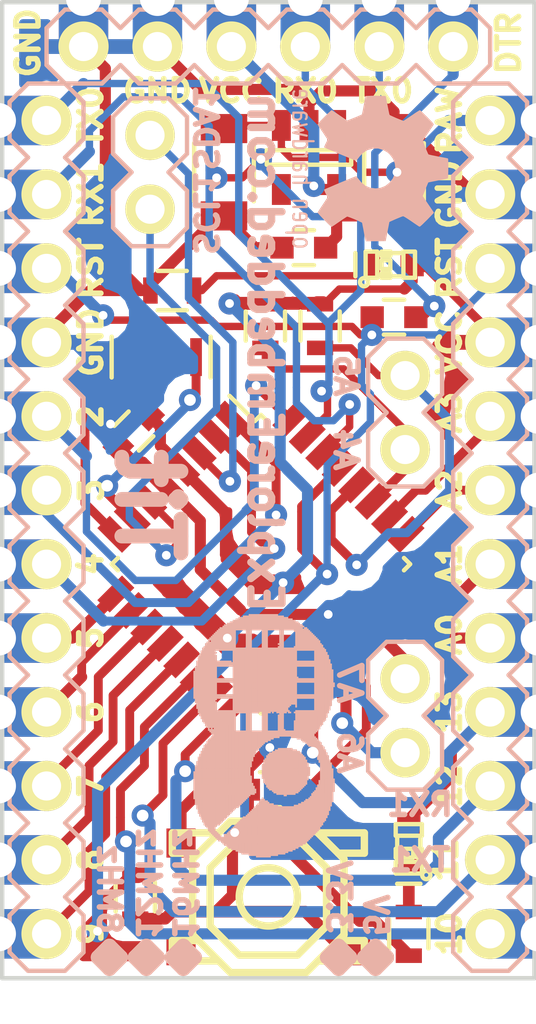
<source format=kicad_pcb>
(kicad_pcb (version 4) (host pcbnew "(2015-01-16 BZR 5376)-product")
  (layers (0 F.Cu signal hide) (31 B.Cu signal hide) (34 B.Paste user) (35 F.Paste user) (36 B.SilkS user) (37 F.SilkS user) (38 B.Mask user) (39 F.Mask user) (44 Edge.Cuts user))
  (net 0 "")
  (net 1 /DTR)
  (net 2 +5V)
  (net 3 GND)
  (net 4 "Net-(C3-Pad1)")
  (net 5 /RAW)
  (net 6 /SCK0)
  (net 7 /D3)
  (net 8 /D4)
  (net 9 /SDA1)
  (net 10 /SCL1)
  (net 11 /D5)
  (net 12 /D6)
  (net 13 /D7)
  (net 14 /D8)
  (net 15 /D9)
  (net 16 /D10)
  (net 17 /MOSI0)
  (net 18 /MISO0)
  (net 19 /A6)
  (net 20 /A7)
  (net 21 /A0)
  (net 22 /A1)
  (net 23 /A2)
  (net 24 /A3)
  (net 25 /A4)
  (net 26 /A5)
  (net 27 /TXD0)
  (net 28 /D2)
  (net 29 /RESET)
  (net 30 "Net-(IC2-Pad4)")
  (net 31 "Net-(IC1-Pad7)")
  (net 32 "Net-(IC1-Pad8)")
  (net 33 "Net-(D1-Pad2)")
  (net 34 "Net-(D2-Pad2)")
  (net 35 /RXD1)
  (module EE:LQFP-32_7x7mm_Pitch0.8mm (layer F.Cu) (at 116.078 102.108 315)
    (fp_text reference IC1 hide)
    (fp_text value ATMEGA328PB hide)
    (pad 1 smd rect (at -4.25 -2.8 315) (size 1.2 0.6) (layers F.Cu F.Paste F.Mask) (net 7 /D3))
    (pad 2 smd rect (at -4.25 -2 315) (size 1.2 0.6) (layers F.Cu F.Paste F.Mask) (net 8 /D4))
    (pad 3 smd rect (at -4.25 -1.2 315) (size 1.2 0.6) (layers F.Cu F.Paste F.Mask) (net 9 /SDA1))
    (pad 4 smd rect (at -4.25 -0.4 315) (size 1.2 0.6) (layers F.Cu F.Paste F.Mask) (net 2 +5V))
    (pad 5 smd rect (at -4.25 0.4 315) (size 1.2 0.6) (layers F.Cu F.Paste F.Mask) (net 3 GND))
    (pad 6 smd rect (at -4.25 1.2 315) (size 1.2 0.6) (layers F.Cu F.Paste F.Mask) (net 10 /SCL1))
    (pad 7 smd rect (at -4.25 2 315) (size 1.2 0.6) (layers F.Cu F.Paste F.Mask) (net 31 "Net-(IC1-Pad7)"))
    (pad 8 smd rect (at -4.25 2.8 315) (size 1.2 0.6) (layers F.Cu F.Paste F.Mask) (net 32 "Net-(IC1-Pad8)"))
    (pad 9 smd rect (at -2.8 4.25 45) (size 1.2 0.6) (layers F.Cu F.Paste F.Mask) (net 11 /D5))
    (pad 10 smd rect (at -2 4.25 45) (size 1.2 0.6) (layers F.Cu F.Paste F.Mask) (net 12 /D6))
    (pad 11 smd rect (at -1.2 4.25 45) (size 1.2 0.6) (layers F.Cu F.Paste F.Mask) (net 13 /D7))
    (pad 12 smd rect (at -0.4 4.25 45) (size 1.2 0.6) (layers F.Cu F.Paste F.Mask) (net 14 /D8))
    (pad 13 smd rect (at 0.4 4.25 45) (size 1.2 0.6) (layers F.Cu F.Paste F.Mask) (net 15 /D9))
    (pad 14 smd rect (at 1.2 4.25 45) (size 1.2 0.6) (layers F.Cu F.Paste F.Mask) (net 16 /D10))
    (pad 15 smd rect (at 2 4.25 45) (size 1.2 0.6) (layers F.Cu F.Paste F.Mask) (net 17 /MOSI0))
    (pad 16 smd rect (at 2.8 4.25 45) (size 1.2 0.6) (layers F.Cu F.Paste F.Mask) (net 18 /MISO0))
    (pad 17 smd rect (at 4.25 2.8 315) (size 1.2 0.6) (layers F.Cu F.Paste F.Mask) (net 6 /SCK0))
    (pad 18 smd rect (at 4.25 2 315) (size 1.2 0.6) (layers F.Cu F.Paste F.Mask) (net 2 +5V))
    (pad 19 smd rect (at 4.25 1.2 315) (size 1.2 0.6) (layers F.Cu F.Paste F.Mask) (net 19 /A6))
    (pad 20 smd rect (at 4.25 0.4 315) (size 1.2 0.6) (layers F.Cu F.Paste F.Mask) (net 4 "Net-(C3-Pad1)"))
    (pad 21 smd rect (at 4.25 -0.4 315) (size 1.2 0.6) (layers F.Cu F.Paste F.Mask) (net 3 GND))
    (pad 22 smd rect (at 4.25 -1.2 315) (size 1.2 0.6) (layers F.Cu F.Paste F.Mask) (net 20 /A7))
    (pad 23 smd rect (at 4.25 -2 315) (size 1.2 0.6) (layers F.Cu F.Paste F.Mask) (net 21 /A0))
    (pad 24 smd rect (at 4.25 -2.8 315) (size 1.2 0.6) (layers F.Cu F.Paste F.Mask) (net 22 /A1))
    (pad 25 smd rect (at 2.8 -4.25 45) (size 1.2 0.6) (layers F.Cu F.Paste F.Mask) (net 23 /A2))
    (pad 26 smd rect (at 2 -4.25 45) (size 1.2 0.6) (layers F.Cu F.Paste F.Mask) (net 24 /A3))
    (pad 27 smd rect (at 1.2 -4.25 45) (size 1.2 0.6) (layers F.Cu F.Paste F.Mask) (net 25 /A4))
    (pad 28 smd rect (at 0.4 -4.25 45) (size 1.2 0.6) (layers F.Cu F.Paste F.Mask) (net 26 /A5))
    (pad 29 smd rect (at -0.4 -4.25 45) (size 1.2 0.6) (layers F.Cu F.Paste F.Mask) (net 29 /RESET))
    (pad 30 smd rect (at -1.2 -4.25 45) (size 1.2 0.6) (layers F.Cu F.Paste F.Mask) (net 35 /RXD1))
    (pad 31 smd rect (at -2 -4.25 45) (size 1.2 0.6) (layers F.Cu F.Paste F.Mask) (net 27 /TXD0))
    (pad 32 smd rect (at -2.8 -4.25 45) (size 1.2 0.6) (layers F.Cu F.Paste F.Mask) (net 28 /D2))
  )
  (module Pin_Headers:Pin_Header_Straight_1x12 (layer F.Cu) (at 123.952 86.868)
    (fp_text reference P5 hide)
    (fp_text value CONN_01X12 hide)
    (pad 1 thru_hole oval (at 0 0) (size 1.7272 1.7272) (drill 1) (layers *.Cu *.Mask F.SilkS) (net 5 /RAW))
    (pad 2 thru_hole oval (at 0 2.54) (size 1.7272 1.7272) (drill 1) (layers *.Cu *.Mask F.SilkS) (net 3 GND))
    (pad 3 thru_hole oval (at 0 5.08) (size 1.7272 1.7272) (drill 1) (layers *.Cu *.Mask F.SilkS) (net 29 /RESET))
    (pad 4 thru_hole oval (at 0 7.62) (size 1.7272 1.7272) (drill 1) (layers *.Cu *.Mask F.SilkS) (net 2 +5V))
    (pad 5 thru_hole oval (at 0 10.16) (size 1.7272 1.7272) (drill 1) (layers *.Cu *.Mask F.SilkS) (net 24 /A3))
    (pad 6 thru_hole oval (at 0 12.7) (size 1.7272 1.7272) (drill 1) (layers *.Cu *.Mask F.SilkS) (net 23 /A2))
    (pad 7 thru_hole oval (at 0 15.24) (size 1.7272 1.7272) (drill 1) (layers *.Cu *.Mask F.SilkS) (net 22 /A1))
    (pad 8 thru_hole oval (at 0 17.78) (size 1.7272 1.7272) (drill 1) (layers *.Cu *.Mask F.SilkS) (net 21 /A0))
    (pad 9 thru_hole oval (at 0 20.32) (size 1.7272 1.7272) (drill 1) (layers *.Cu *.Mask F.SilkS) (net 6 /SCK0))
    (pad 10 thru_hole oval (at 0 22.86) (size 1.7272 1.7272) (drill 1) (layers *.Cu *.Mask F.SilkS) (net 18 /MISO0))
    (pad 11 thru_hole oval (at 0 25.4) (size 1.7272 1.7272) (drill 1) (layers *.Cu *.Mask F.SilkS) (net 17 /MOSI0))
    (pad 12 thru_hole oval (at 0 27.94) (size 1.7272 1.7272) (drill 1) (layers *.Cu *.Mask F.SilkS) (net 16 /D10))
  )
  (module Pin_Headers:Pin_Header_Straight_1x02 (layer F.Cu) (at 121.031 108.585 180)
    (fp_text reference P6 hide)
    (fp_text value CONN_01X02 hide)
    (pad 1 thru_hole oval (at 0 0 180) (size 1.7 1.7) (drill 1) (layers *.Cu *.Mask F.SilkS) (net 19 /A6))
    (pad 2 thru_hole oval (at 0 2.54 180) (size 1.7 1.7) (drill 1) (layers *.Cu *.Mask F.SilkS) (net 20 /A7))
  )
  (module Pin_Headers:Pin_Header_Straight_1x02 (layer F.Cu) (at 121.031 95.631)
    (fp_text reference P3 hide)
    (fp_text value CONN_01X02 hide)
    (pad 1 thru_hole oval (at 0 0) (size 1.7 1.7) (drill 1) (layers *.Cu *.Mask F.SilkS) (net 26 /A5))
    (pad 2 thru_hole oval (at 0 2.54) (size 1.7 1.7) (drill 1) (layers *.Cu *.Mask F.SilkS) (net 25 /A4))
  )
  (module Pin_Headers:Pin_Header_Straight_1x02 (layer F.Cu) (at 112.268 87.376)
    (fp_text reference P4 hide)
    (fp_text value CONN_01X02 hide)
    (pad 1 thru_hole oval (at 0 0) (size 1.7 1.7) (drill 1) (layers *.Cu *.Mask F.SilkS) (net 9 /SDA1))
    (pad 2 thru_hole oval (at 0 2.54) (size 1.7 1.7) (drill 1) (layers *.Cu *.Mask F.SilkS) (net 10 /SCL1))
  )
  (module Pin_Headers:Pin_Header_Straight_1x06 (layer F.Cu) (at 109.982 84.328 90)
    (fp_text reference P1 hide)
    (fp_text value CONN_01X06 hide)
    (pad 1 thru_hole oval (at 0 0 90) (size 1.7272 1.7272) (drill 1) (layers *.Cu *.Mask F.SilkS) (net 3 GND))
    (pad 2 thru_hole oval (at 0 2.54 90) (size 1.7272 1.7272) (drill 1) (layers *.Cu *.Mask F.SilkS) (net 3 GND))
    (pad 3 thru_hole oval (at 0 5.08 90) (size 1.7272 1.7272) (drill 1) (layers *.Cu *.Mask F.SilkS) (net 2 +5V))
    (pad 4 thru_hole oval (at 0 7.62 90) (size 1.7272 1.7272) (drill 1) (layers *.Cu *.Mask F.SilkS) (net 35 /RXD1))
    (pad 5 thru_hole oval (at 0 10.16 90) (size 1.7272 1.7272) (drill 1) (layers *.Cu *.Mask F.SilkS) (net 27 /TXD0))
    (pad 6 thru_hole oval (at 0 12.7 90) (size 1.7272 1.7272) (drill 1) (layers *.Cu *.Mask F.SilkS) (net 1 /DTR))
  )
  (module Pin_Headers:Pin_Header_Straight_1x12 (layer F.Cu) (at 108.712 114.808 180)
    (fp_text reference P2 hide)
    (fp_text value CONN_01X12 hide)
    (pad 1 thru_hole oval (at 0 0 180) (size 1.7272 1.7272) (drill 1) (layers *.Cu *.Mask F.SilkS) (net 15 /D9))
    (pad 2 thru_hole oval (at 0 2.54 180) (size 1.7272 1.7272) (drill 1) (layers *.Cu *.Mask F.SilkS) (net 14 /D8))
    (pad 3 thru_hole oval (at 0 5.08 180) (size 1.7272 1.7272) (drill 1) (layers *.Cu *.Mask F.SilkS) (net 13 /D7))
    (pad 4 thru_hole oval (at 0 7.62 180) (size 1.7272 1.7272) (drill 1) (layers *.Cu *.Mask F.SilkS) (net 12 /D6))
    (pad 5 thru_hole oval (at 0 10.16 180) (size 1.7272 1.7272) (drill 1) (layers *.Cu *.Mask F.SilkS) (net 11 /D5))
    (pad 6 thru_hole oval (at 0 12.7 180) (size 1.7272 1.7272) (drill 1) (layers *.Cu *.Mask F.SilkS) (net 8 /D4))
    (pad 7 thru_hole oval (at 0 15.24 180) (size 1.7272 1.7272) (drill 1) (layers *.Cu *.Mask F.SilkS) (net 7 /D3))
    (pad 8 thru_hole oval (at 0 17.78 180) (size 1.7272 1.7272) (drill 1) (layers *.Cu *.Mask F.SilkS) (net 28 /D2))
    (pad 9 thru_hole oval (at 0 20.32 180) (size 1.7272 1.7272) (drill 1) (layers *.Cu *.Mask F.SilkS) (net 3 GND))
    (pad 10 thru_hole oval (at 0 22.86 180) (size 1.7272 1.7272) (drill 1) (layers *.Cu *.Mask F.SilkS) (net 29 /RESET))
    (pad 11 thru_hole oval (at 0 25.4 180) (size 1.7272 1.7272) (drill 1) (layers *.Cu *.Mask F.SilkS) (net 35 /RXD1))
    (pad 12 thru_hole oval (at 0 27.94 180) (size 1.7272 1.7272) (drill 1) (layers *.Cu *.Mask F.SilkS) (net 27 /TXD0))
  )
  (module Capacitors_SMD:C_0603 (layer F.Cu) (at 120.65 93.6244)
    (fp_text reference C1 hide)
    (fp_text value 0.1uF hide)
    (pad 1 smd rect (at -0.75 0) (size 0.8 0.75) (layers F.Cu F.Paste F.Mask) (net 29 /RESET))
    (pad 2 smd rect (at 0.75 0) (size 0.8 0.75) (layers F.Cu F.Paste F.Mask) (net 1 /DTR))
  )
  (module Capacitors_SMD:C_0603 (layer F.Cu) (at 111.7092 97.536 225)
    (fp_text reference C2 hide)
    (fp_text value 0.1uF hide)
    (pad 1 smd rect (at -0.75 0 225) (size 0.8 0.75) (layers F.Cu F.Paste F.Mask) (net 2 +5V))
    (pad 2 smd rect (at 0.75 0 225) (size 0.8 0.75) (layers F.Cu F.Paste F.Mask) (net 3 GND))
  )
  (module Capacitors_SMD:C_0603 (layer F.Cu) (at 116.3955 109.855 180)
    (fp_text reference C3 hide)
    (fp_text value 0.1uF hide)
    (pad 1 smd rect (at -0.75 0 180) (size 0.8 0.75) (layers F.Cu F.Paste F.Mask) (net 4 "Net-(C3-Pad1)"))
    (pad 2 smd rect (at 0.75 0 180) (size 0.8 0.75) (layers F.Cu F.Paste F.Mask) (net 3 GND))
  )
  (module Capacitors_SMD:C_0603 (layer F.Cu) (at 117.5512 91.2368 180)
    (fp_text reference C4 hide)
    (fp_text value 0.1uF hide)
    (pad 1 smd rect (at -0.75 0 180) (size 0.8 0.75) (layers F.Cu F.Paste F.Mask) (net 2 +5V))
    (pad 2 smd rect (at 0.75 0 180) (size 0.8 0.75) (layers F.Cu F.Paste F.Mask) (net 3 GND))
  )
  (module Capacitors_SMD:C_1206 (layer F.Cu) (at 114.808 88.646 270)
    (fp_text reference C5 hide)
    (fp_text value 10uF hide)
    (pad 1 smd rect (at -1.5 0 270) (size 1 1.6) (layers F.Cu F.Paste F.Mask) (net 5 /RAW))
    (pad 2 smd rect (at 1.5 0 270) (size 1 1.6) (layers F.Cu F.Paste F.Mask) (net 3 GND))
  )
  (module Resistors_SMD:R_0603 (layer F.Cu) (at 111.76 113.538 270)
    (fp_text reference R1 hide)
    (fp_text value 10K hide)
    (pad 1 smd rect (at -0.75 0 270) (size 0.5 0.9) (layers F.Cu F.Paste F.Mask) (net 2 +5V))
    (pad 2 smd rect (at 0.75 0 270) (size 0.5 0.9) (layers F.Cu F.Paste F.Mask) (net 29 /RESET))
  )
  (module Resistors_SMD:R_0603 (layer F.Cu) (at 113.03 92.71 180)
    (fp_text reference R2 hide)
    (fp_text value 10K hide)
    (pad 1 smd rect (at -0.75 0 180) (size 0.5 0.9) (layers F.Cu F.Paste F.Mask) (net 33 "Net-(D1-Pad2)"))
    (pad 2 smd rect (at 0.75 0 180) (size 0.5 0.9) (layers F.Cu F.Paste F.Mask) (net 3 GND))
  )
  (module Resistors_SMD:R_0603 (layer F.Cu) (at 116.2304 93.9292 270)
    (fp_text reference R3 hide)
    (fp_text value R hide)
    (pad 1 smd rect (at -0.75 0 270) (size 0.5 0.9) (layers F.Cu F.Paste F.Mask) (net 2 +5V))
    (pad 2 smd rect (at 0.75 0 270) (size 0.5 0.9) (layers F.Cu F.Paste F.Mask) (net 25 /A4))
  )
  (module Resistors_SMD:R_0603 (layer F.Cu) (at 118.11 93.9292 270)
    (fp_text reference R4 hide)
    (fp_text value R hide)
    (pad 1 smd rect (at -0.75 0 270) (size 0.5 0.9) (layers F.Cu F.Paste F.Mask) (net 2 +5V))
    (pad 2 smd rect (at 0.75 0 270) (size 0.5 0.9) (layers F.Cu F.Paste F.Mask) (net 26 /A5))
  )
  (module Resistors_SMD:R_0603 (layer F.Cu) (at 121.158 114.808 90)
    (fp_text reference R5 hide)
    (fp_text value 470E hide)
    (pad 1 smd rect (at -0.75 0 90) (size 0.5 0.9) (layers F.Cu F.Paste F.Mask) (net 3 GND))
    (pad 2 smd rect (at 0.75 0 90) (size 0.5 0.9) (layers F.Cu F.Paste F.Mask) (net 34 "Net-(D2-Pad2)"))
  )
  (module Capacitors_SMD:C_1206 (layer F.Cu) (at 120.65 88.646 90)
    (fp_text reference C8 hide)
    (fp_text value 10uF hide)
    (pad 1 smd rect (at -1.5 0 90) (size 1 1.6) (layers F.Cu F.Paste F.Mask) (net 2 +5V))
    (pad 2 smd rect (at 1.5 0 90) (size 1 1.6) (layers F.Cu F.Paste F.Mask) (net 3 GND))
  )
  (module TO_SOT_Packages_SMD:SOT-23-5 (layer F.Cu) (at 117.729 88.138 270)
    (fp_text reference IC2 hide)
    (fp_text value MIC5205 hide)
    (pad 1 smd rect (at -1.1 -0.95 270) (size 1.06 0.65) (layers F.Cu F.Paste F.Mask) (net 5 /RAW))
    (pad 2 smd rect (at -1.1 0 270) (size 1.06 0.65) (layers F.Cu F.Paste F.Mask) (net 3 GND))
    (pad 3 smd rect (at -1.1 0.95 270) (size 1.06 0.65) (layers F.Cu F.Paste F.Mask) (net 5 /RAW))
    (pad 4 smd rect (at 1.1 0.95 270) (size 1.06 0.65) (layers F.Cu F.Paste F.Mask) (net 30 "Net-(IC2-Pad4)"))
    (pad 5 smd rect (at 1.1 -0.95 270) (size 1.06 0.65) (layers F.Cu F.Paste F.Mask) (net 2 +5V))
  )
  (module Swtich:smd_push2 (layer F.Cu) (at 116.332 113.538)
    (fp_text reference SW1 hide)
    (fp_text value RESET hide)
    (pad 1 smd rect (at -2.99974 -1.84912) (size 1.00076 1.00076) (layers F.Cu F.Paste F.Mask) (net 3 GND))
    (pad 2 smd rect (at 2.99974 1.84912) (size 1.00076 1.00076) (layers F.Cu F.Paste F.Mask) (net 29 /RESET))
    (pad 3 smd rect (at -2.99974 1.84912) (size 1.00076 1.00076) (layers F.Cu F.Paste F.Mask))
    (pad 4 smd rect (at 2.99974 -1.84912) (size 1.00076 1.00076) (layers F.Cu F.Paste F.Mask))
  )
  (module EE:LED-0603_NEW (layer F.Cu) (at 120.523 91.821 180)
    (fp_text reference D1 hide)
    (fp_text value Power hide)
    (pad 1 smd rect (at -0.7493 0 180) (size 0.79756 0.79756) (layers F.Cu F.Paste F.Mask) (net 2 +5V))
    (pad 2 smd rect (at 0.7493 0 180) (size 0.79756 0.79756) (layers F.Cu F.Paste F.Mask) (net 33 "Net-(D1-Pad2)"))
  )
  (module EE:LED-0603_NEW (layer F.Cu) (at 121.158 111.887 270)
    (fp_text reference D2 hide)
    (fp_text value LED hide)
    (pad 1 smd rect (at -0.7493 0 270) (size 0.79756 0.79756) (layers F.Cu F.Paste F.Mask) (net 6 /SCK0))
    (pad 2 smd rect (at 0.7493 0 270) (size 0.79756 0.79756) (layers F.Cu F.Paste F.Mask) (net 34 "Net-(D2-Pad2)"))
  )
  (module EE:3Pin_smd_Crstl (layer F.Cu) (at 112.649 94.996)
    (fp_text reference X1 hide)
    (fp_text value CRYSTAL_SMD hide)
    (pad 3 smd rect (at 0 0) (size 0.4 1.3) (layers F.Cu F.Paste F.Mask) (net 3 GND))
    (pad 2 smd rect (at 1.2 0) (size 0.4 1.3) (layers F.Cu F.Paste F.Mask) (net 31 "Net-(IC1-Pad7)"))
    (pad 1 smd rect (at -1.2 0) (size 0.4 1.3) (layers F.Cu F.Paste F.Mask) (net 32 "Net-(IC1-Pad8)"))
  )
  (module "Logo:LOGO (2)" (layer B.Cu) (at 118.962 112.828 90)
    (fp_text reference P7 hide)
    (fp_text value CONN_01X01 hide)
  )
  (module EE:Logo_silk_OSHW_6x6mm (layer B.Cu) (at 120.269 88.519 90)
    (fp_text reference P8 hide)
    (fp_text value CONN_01X01 hide)
  )
  (gr_text . (at 120.015 112.268) (layer B.SilkS) (effects (font (size 8.128 8.128) (thickness 0.508)) (justify mirror)))
  (gr_text . (at 118.745 112.268) (layer B.SilkS) (effects (font (size 8.128 8.128) (thickness 0.508)) (justify mirror)))
  (gr_text . (at 113.411 112.268) (layer B.SilkS) (effects (font (size 8.128 8.128) (thickness 0.508)) (justify mirror)))
  (gr_text . (at 112.141 112.268) (layer B.SilkS) (effects (font (size 8.128 8.128) (thickness 0.508)) (justify mirror)))
  (gr_text . (at 110.871 112.268) (layer B.SilkS) (effects (font (size 8.128 8.128) (thickness 0.508)) (justify mirror)))
  (gr_text 16MHz (at 113.462 113.078 270) (layer B.SilkS) (effects (font (size 0.762 0.762) (thickness 0.1905)) (justify mirror)))
  (gr_text 12MHz (at 112.212 113.078 270) (layer B.SilkS) (effects (font (size 0.762 0.762) (thickness 0.1905)) (justify mirror)))
  (gr_text 8MHz (at 110.871 113.284 270) (layer B.SilkS) (effects (font (size 0.762 0.762) (thickness 0.1905)) (justify mirror)))
  (gr_text Tit (at 112.212 100.078 270) (layer B.SilkS) (effects (font (size 2.032 2.032) (thickness 0.508)) (justify mirror)))
  (gr_text 3.3V (at 118.745 113.538 270) (layer B.SilkS) (effects (font (size 0.762 0.762) (thickness 0.1905)) (justify mirror)))
  (gr_text 5V (at 120.015 114.173 270) (layer B.SilkS) (effects (font (size 0.762 0.762) (thickness 0.1905)) (justify mirror)))
  (gr_text ExploreEmbedded.com (at 116.212 94.828 270) (layer B.SilkS) (effects (font (size 1.0668 1.0668) (thickness 0.254)) (justify mirror)))
  (gr_text RX1 (at 121.539 110.363) (layer B.SilkS) (effects (font (size 0.762 0.762) (thickness 0.1905)) (justify mirror)))
  (gr_text TX1 (at 121.539 112.268) (layer B.SilkS) (effects (font (size 0.762 0.762) (thickness 0.1905)) (justify mirror)))
  (gr_text SDA1 (at 114.173 87.122 270) (layer B.SilkS) (effects (font (size 0.762 0.762) (thickness 0.1905)) (justify mirror)))
  (gr_text SCL1 (at 114.173 90.043 270) (layer B.SilkS) (effects (font (size 0.762 0.762) (thickness 0.1905)) (justify mirror)))
  (gr_text A5 (at 118.999 95.631 270) (layer B.SilkS) (effects (font (size 0.762 0.762) (thickness 0.1905)) (justify mirror)))
  (gr_text A4 (at 118.999 98.171 270) (layer B.SilkS) (effects (font (size 0.762 0.762) (thickness 0.1905)) (justify mirror)))
  (gr_text A7 (at 119.126 106.172 270) (layer B.SilkS) (effects (font (size 0.762 0.762) (thickness 0.1905)) (justify mirror)))
  (gr_text A6 (at 119.126 108.585 270) (layer B.SilkS) (effects (font (size 0.762 0.762) (thickness 0.1905)) (justify mirror)))
  (gr_text GND (at 108.077 84.201 90) (layer F.SilkS) (effects (font (size 0.762 0.762) (thickness 0.1905))))
  (gr_text DTR (at 124.587 84.201 90) (layer F.SilkS) (effects (font (size 0.762 0.762) (thickness 0.1905))))
  (gr_text TX0 (at 120.269 85.852) (layer F.SilkS) (effects (font (size 0.762 0.762) (thickness 0.1905))))
  (gr_text RX0 (at 117.602 85.852) (layer F.SilkS) (effects (font (size 0.762 0.762) (thickness 0.1905))))
  (gr_text VCC (at 115.062 85.852) (layer F.SilkS) (effects (font (size 0.762 0.762) (thickness 0.1905))))
  (gr_text GND (at 112.522 85.852) (layer F.SilkS) (effects (font (size 0.762 0.762) (thickness 0.1905))))
  (gr_text RAW (at 122.555 86.868 90) (layer F.SilkS) (effects (font (size 0.762 0.762) (thickness 0.1905))))
  (gr_text "GND\n" (at 122.555 89.408 90) (layer F.SilkS) (effects (font (size 0.762 0.762) (thickness 0.1905))))
  (gr_text RST (at 122.555 91.948 90) (layer F.SilkS) (effects (font (size 0.762 0.762) (thickness 0.1905))))
  (gr_text VCC (at 122.555 94.488 90) (layer F.SilkS) (effects (font (size 0.762 0.762) (thickness 0.1905))))
  (gr_text A3 (at 122.555 96.901 90) (layer F.SilkS) (effects (font (size 0.762 0.762) (thickness 0.1905))))
  (gr_text A2 (at 122.555 99.568 90) (layer F.SilkS) (effects (font (size 0.762 0.762) (thickness 0.1905))))
  (gr_text A1 (at 122.555 102.108 90) (layer F.SilkS) (effects (font (size 0.762 0.762) (thickness 0.1905))))
  (gr_text A0 (at 122.555 104.521 90) (layer F.SilkS) (effects (font (size 0.762 0.762) (thickness 0.1905))))
  (gr_text 13 (at 122.555 107.188 90) (layer F.SilkS) (effects (font (size 0.762 0.762) (thickness 0.1905))))
  (gr_text 12 (at 122.555 109.728 90) (layer F.SilkS) (effects (font (size 0.762 0.762) (thickness 0.1905))))
  (gr_text 11 (at 122.428 112.268 90) (layer F.SilkS) (effects (font (size 0.762 0.762) (thickness 0.1905))))
  (gr_text 10 (at 122.555 114.808 90) (layer F.SilkS) (effects (font (size 0.762 0.762) (thickness 0.1905))))
  (gr_text 9 (at 110.236 114.808 90) (layer F.SilkS) (effects (font (size 0.762 0.762) (thickness 0.1905))))
  (gr_text 8 (at 110.236 112.268 90) (layer F.SilkS) (effects (font (size 0.762 0.762) (thickness 0.1905))))
  (gr_text 7 (at 110.236 109.728 90) (layer F.SilkS) (effects (font (size 0.762 0.762) (thickness 0.1905))))
  (gr_text 6 (at 110.236 107.188 90) (layer F.SilkS) (effects (font (size 0.762 0.762) (thickness 0.1905))))
  (gr_text 5 (at 110.236 104.648 90) (layer F.SilkS) (effects (font (size 0.762 0.762) (thickness 0.1905))))
  (gr_text 4 (at 110.236 102.108 90) (layer F.SilkS) (effects (font (size 0.762 0.762) (thickness 0.1905))))
  (gr_text "3\n\n" (at 110.871 99.568 90) (layer F.SilkS) (effects (font (size 0.762 0.762) (thickness 0.1905))))
  (gr_text 2 (at 110.236 97.028 90) (layer F.SilkS) (effects (font (size 0.762 0.762) (thickness 0.1905))))
  (gr_text GND (at 110.236 94.488 90) (layer F.SilkS) (effects (font (size 0.762 0.762) (thickness 0.1905))))
  (gr_text RST (at 110.236 91.948 90) (layer F.SilkS) (effects (font (size 0.762 0.762) (thickness 0.1905))))
  (gr_text RX1 (at 110.236 89.408 90) (layer F.SilkS) (effects (font (size 0.762 0.762) (thickness 0.1905))))
  (gr_text TX0 (at 110.236 86.741 90) (layer F.SilkS) (effects (font (size 0.762 0.762) (thickness 0.1905))))
  (gr_line (start 125.476 82.804) (end 125.476 116.332) (angle 90) (layer Edge.Cuts) (width 0.15))
  (gr_line (start 107.188 82.804) (end 125.476 82.804) (angle 90) (layer Edge.Cuts) (width 0.15))
  (gr_line (start 107.188 116.332) (end 107.188 82.804) (angle 90) (layer Edge.Cuts) (width 0.15))
  (gr_line (start 125.476 116.332) (end 107.188 116.332) (angle 90) (layer Edge.Cuts) (width 0.15))
  (segment (start 122.682 85.2932) (end 122.682 84.328) (width 0.381) (layer B.Cu) (net 1))
  (segment (start 119.9896 87.9856) (end 122.682 85.2932) (width 0.254) (layer B.Cu) (net 1))
  (via (at 122.0343 93.2434) (size 0.76) (drill 0.3) (layers F.Cu B.Cu) (net 1))
  (segment (start 122.0343 93.2434) (end 120.142 91.3511) (width 0.254) (layer B.Cu) (net 1))
  (segment (start 121.6533 93.6244) (end 122.0343 93.2434) (width 0.254) (layer F.Cu) (net 1))
  (segment (start 121.4 93.6244) (end 121.6533 93.6244) (width 0.254) (layer F.Cu) (net 1))
  (segment (start 119.9896 91.1987) (end 120.1039 91.313) (width 0.254) (layer B.Cu) (net 1))
  (segment (start 120.1039 91.313) (end 120.142 91.313) (width 0.254) (layer B.Cu) (net 1))
  (segment (start 120.142 91.313) (end 120.142 91.3511) (width 0.254) (layer B.Cu) (net 1))
  (segment (start 119.9896 87.9856) (end 119.9896 91.1987) (width 0.254) (layer B.Cu) (net 1))
  (via (at 122.682 82.677) (size 1.7) (drill 1.2) (layers F.Cu B.Cu) (net 1))
  (segment (start 122.682 82.677) (end 122.682 84.328) (width 1.7) (layer F.Cu) (net 1))
  (segment (start 122.682 84.328) (end 122.682 82.677) (width 1.7) (layer B.Cu) (net 1))
  (segment (start 123.952 94.488) (end 123.952 94.1324) (width 0.3048) (layer F.Cu) (net 2))
  (segment (start 123.952 94.1324) (end 123.08332 93.26372) (width 0.3048) (layer F.Cu) (net 2))
  (segment (start 113.355639 98.819953) (end 113.355639 98.776039) (width 0.381) (layer F.Cu) (net 2))
  (segment (start 113.355639 98.776039) (end 112.6236 98.044) (width 0.381) (layer F.Cu) (net 2))
  (segment (start 112.6236 98.044) (end 112.6236 97.38974) (width 0.381) (layer F.Cu) (net 2))
  (segment (start 112.6236 97.38974) (end 112.23953 97.00567) (width 0.381) (layer F.Cu) (net 2))
  (segment (start 118.679 89.238) (end 118.679 90.859) (width 0.381) (layer F.Cu) (net 2))
  (segment (start 118.679 90.859) (end 118.3012 91.2368) (width 0.381) (layer F.Cu) (net 2))
  (segment (start 114.9223 104.648) (end 114.9223 105.4227) (width 0.381) (layer B.Cu) (net 2))
  (segment (start 110.5154 113.8936) (end 111.621 112.788) (width 0.381) (layer F.Cu) (net 2))
  (segment (start 110.5154 114.6683) (end 110.5154 113.8936) (width 0.381) (layer F.Cu) (net 2))
  (segment (start 110.4646 114.7191) (end 110.5154 114.6683) (width 0.3048) (layer F.Cu) (net 2))
  (via (at 110.4646 114.7191) (size 0.76) (drill 0.3) (layers F.Cu B.Cu) (net 2))
  (segment (start 110.4646 109.8804) (end 110.4646 114.7191) (width 0.381) (layer B.Cu) (net 2))
  (segment (start 114.9223 105.4227) (end 110.4646 109.8804) (width 0.381) (layer B.Cu) (net 2))
  (segment (start 111.621 112.788) (end 111.76 112.788) (width 0.3048) (layer F.Cu) (net 2))
  (segment (start 117.66899 106.527417) (end 117.66899 106.50569) (width 0.3048) (layer F.Cu) (net 2))
  (segment (start 117.66899 106.50569) (end 115.8113 104.648) (width 0.3048) (layer F.Cu) (net 2))
  (segment (start 116.8273 102.743) (end 116.84 102.743) (width 0.3048) (layer B.Cu) (net 2))
  (segment (start 114.9223 104.648) (end 116.8273 102.743) (width 0.381) (layer B.Cu) (net 2))
  (via (at 114.9223 104.648) (size 0.76) (drill 0.3) (layers F.Cu B.Cu) (net 2))
  (segment (start 115.8113 104.648) (end 114.9223 104.648) (width 0.3048) (layer F.Cu) (net 2))
  (segment (start 116.9797 98.8441) (end 116.9797 98.8568) (width 0.3048) (layer B.Cu) (net 2))
  (segment (start 114.8588 100.33) (end 114.8588 101.0158) (width 0.381) (layer F.Cu) (net 2))
  (segment (start 113.355639 98.826839) (end 114.8588 100.33) (width 0.381) (layer F.Cu) (net 2))
  (segment (start 115.0232 93.1792) (end 114.9985 93.1545) (width 0.3048) (layer F.Cu) (net 2))
  (via (at 114.9985 93.1545) (size 0.76) (drill 0.3) (layers F.Cu B.Cu) (net 2))
  (segment (start 114.9985 93.1545) (end 116.7384 94.8944) (width 0.381) (layer B.Cu) (net 2))
  (segment (start 116.7384 94.8944) (end 116.7384 98.6028) (width 0.381) (layer B.Cu) (net 2))
  (segment (start 116.7384 98.6028) (end 116.9797 98.8441) (width 0.381) (layer B.Cu) (net 2))
  (segment (start 115.0232 93.1792) (end 116.2304 93.1792) (width 0.381) (layer F.Cu) (net 2))
  (segment (start 114.8588 101.7778) (end 114.8588 101.0158) (width 0.381) (layer F.Cu) (net 2))
  (segment (start 115.9383 102.8573) (end 114.8588 101.7778) (width 0.381) (layer F.Cu) (net 2))
  (segment (start 116.7257 102.8573) (end 115.9383 102.8573) (width 0.381) (layer F.Cu) (net 2))
  (segment (start 116.84 102.743) (end 116.7257 102.8573) (width 0.3048) (layer F.Cu) (net 2))
  (via (at 116.84 102.743) (size 0.76) (drill 0.3) (layers F.Cu B.Cu) (net 2))
  (segment (start 117.6782 101.9048) (end 116.84 102.743) (width 0.381) (layer B.Cu) (net 2))
  (segment (start 117.6782 99.5553) (end 117.6782 101.9048) (width 0.381) (layer B.Cu) (net 2))
  (segment (start 116.9797 98.8568) (end 117.6782 99.5553) (width 0.381) (layer B.Cu) (net 2))
  (segment (start 111.4813 112.788) (end 111.76 112.788) (width 0.3048) (layer F.Cu) (net 2))
  (segment (start 117.66899 106.527417) (end 117.639917 106.527417) (width 0.3048) (layer F.Cu) (net 2))
  (segment (start 113.355639 98.819953) (end 113.355639 98.826839) (width 0.3048) (layer F.Cu) (net 2))
  (segment (start 123.952 94.1324) (end 123.08332 93.26372) (width 0.254) (layer F.Cu) (net 2))
  (segment (start 121.2723 90.7683) (end 120.65 90.146) (width 0.381) (layer F.Cu) (net 2))
  (segment (start 118.679 89.238) (end 118.679 89.977) (width 0.381) (layer F.Cu) (net 2))
  (segment (start 118.679 89.977) (end 118.848 90.146) (width 0.254) (layer F.Cu) (net 2))
  (segment (start 118.848 90.146) (end 120.65 90.146) (width 0.381) (layer F.Cu) (net 2))
  (segment (start 113.355639 98.776039) (end 112.6236 98.044) (width 0.3048) (layer F.Cu) (net 2))
  (segment (start 112.6236 98.044) (end 112.6236 97.38974) (width 0.3048) (layer F.Cu) (net 2))
  (segment (start 112.6236 97.38974) (end 112.23953 97.00567) (width 0.3048) (layer F.Cu) (net 2))
  (segment (start 116.2304 93.1792) (end 118.11 93.1792) (width 0.381) (layer F.Cu) (net 2))
  (segment (start 118.679 90.859) (end 118.3012 91.2368) (width 0.254) (layer F.Cu) (net 2))
  (segment (start 118.7704 92.6592) (end 121.0056 92.6592) (width 0.254) (layer F.Cu) (net 2))
  (segment (start 118.2504 93.1792) (end 118.7704 92.6592) (width 0.254) (layer F.Cu) (net 2))
  (segment (start 118.11 93.1792) (end 118.2504 93.1792) (width 0.254) (layer F.Cu) (net 2))
  (segment (start 118.0162 89.238) (end 117.8941 89.1159) (width 0.254) (layer F.Cu) (net 2))
  (via (at 117.8941 89.1159) (size 0.76) (drill 0.3) (layers F.Cu B.Cu) (net 2))
  (segment (start 116.6495 85.9155) (end 115.062 84.328) (width 0.381) (layer B.Cu) (net 2))
  (segment (start 118.679 89.238) (end 118.0162 89.238) (width 0.381) (layer F.Cu) (net 2))
  (segment (start 121.2723 91.821) (end 121.2723 92.3925) (width 0.381) (layer F.Cu) (net 2))
  (segment (start 123.08332 93.26372) (end 121.6406 91.821) (width 0.254) (layer F.Cu) (net 2))
  (segment (start 121.6406 91.821) (end 121.2723 91.821) (width 0.254) (layer F.Cu) (net 2))
  (segment (start 121.2723 91.821) (end 121.2723 90.7683) (width 0.381) (layer F.Cu) (net 2))
  (segment (start 121.0056 92.6592) (end 121.2723 92.3925) (width 0.381) (layer F.Cu) (net 2))
  (segment (start 117.8941 87.1601) (end 116.6495 85.9155) (width 0.381) (layer B.Cu) (net 2))
  (segment (start 117.8941 89.1159) (end 117.8941 87.1601) (width 0.381) (layer B.Cu) (net 2))
  (via (at 125.603 94.488) (size 1.7) (drill 1.2) (layers F.Cu B.Cu) (net 2))
  (segment (start 125.603 94.488) (end 123.952 94.488) (width 1.7) (layer F.Cu) (net 2))
  (segment (start 123.952 94.488) (end 125.603 94.488) (width 1.7) (layer B.Cu) (net 2))
  (via (at 115.062 82.677) (size 1.7) (drill 1.2) (layers F.Cu B.Cu) (net 2))
  (segment (start 115.062 82.677) (end 115.062 84.328) (width 1.7) (layer B.Cu) (net 2))
  (segment (start 115.062 84.328) (end 115.062 82.677) (width 1.7) (layer F.Cu) (net 2))
  (segment (start 111.17887 98.06633) (end 111.12193 98.06633) (width 0.3048) (layer F.Cu) (net 3))
  (segment (start 111.12193 98.06633) (end 110.9091 97.8535) (width 0.3048) (layer F.Cu) (net 3))
  (segment (start 110.9091 97.8535) (end 110.9091 97.2947) (width 0.3048) (layer F.Cu) (net 3))
  (segment (start 112.649 94.996) (end 112.649 95.2627) (width 0.25) (layer F.Cu) (net 3))
  (segment (start 112.649 95.2627) (end 110.9091 97.0026) (width 0.3048) (layer F.Cu) (net 3))
  (segment (start 110.9091 97.0026) (end 110.9091 97.2947) (width 0.25) (layer F.Cu) (net 3))
  (segment (start 118.3894 103.8352) (end 115.5319 103.8352) (width 0.381) (layer F.Cu) (net 3))
  (segment (start 113.9952 100.6221) (end 113.9952 102.2985) (width 0.381) (layer F.Cu) (net 3))
  (segment (start 113.9952 102.2985) (end 115.3795 103.6828) (width 0.381) (layer F.Cu) (net 3))
  (segment (start 113.9952 100.6221) (end 112.789953 99.416853) (width 0.381) (layer F.Cu) (net 3))
  (segment (start 115.5319 103.8352) (end 115.3795 103.6828) (width 0.3048) (layer F.Cu) (net 3))
  (segment (start 119.366047 104.830361) (end 119.366047 104.811847) (width 0.3048) (layer F.Cu) (net 3))
  (segment (start 119.366047 104.811847) (end 118.3894 103.8352) (width 0.381) (layer F.Cu) (net 3))
  (via (at 118.3894 103.8352) (size 0.76) (drill 0.3) (layers F.Cu B.Cu) (net 3))
  (segment (start 118.3894 103.8352) (end 116.3828 105.8418) (width 0.381) (layer B.Cu) (net 3))
  (segment (start 116.3828 105.8418) (end 116.3828 108.4072) (width 0.381) (layer B.Cu) (net 3))
  (via (at 116.3828 108.4072) (size 0.76) (drill 0.3) (layers F.Cu B.Cu) (net 3))
  (segment (start 116.3828 108.4072) (end 115.6455 109.1445) (width 0.381) (layer F.Cu) (net 3))
  (segment (start 115.6455 109.1445) (end 115.6455 109.855) (width 0.381) (layer F.Cu) (net 3))
  (segment (start 120.015 114.3762) (end 119.4689 114.3762) (width 0.381) (layer F.Cu) (net 3))
  (segment (start 121.158 115.5192) (end 120.015 114.3762) (width 0.381) (layer F.Cu) (net 3))
  (segment (start 115.6455 110.5528) (end 115.6455 109.855) (width 0.381) (layer F.Cu) (net 3))
  (segment (start 119.4689 114.3762) (end 115.6455 110.5528) (width 0.381) (layer F.Cu) (net 3))
  (segment (start 121.158 115.558) (end 121.158 115.5192) (width 0.3048) (layer F.Cu) (net 3))
  (segment (start 112.789953 99.385639) (end 112.789953 99.416853) (width 0.3048) (layer F.Cu) (net 3))
  (segment (start 114.808 90.146) (end 114.6288 90.146) (width 0.254) (layer F.Cu) (net 3))
  (segment (start 114.6288 90.146) (end 112.28 92.4948) (width 0.381) (layer F.Cu) (net 3))
  (segment (start 112.28 92.4948) (end 112.28 92.71) (width 0.254) (layer F.Cu) (net 3))
  (segment (start 112.522 84.328) (end 109.982 84.328) (width 0.381) (layer F.Cu) (net 3))
  (segment (start 117.729 87.038) (end 117.729 86.2838) (width 0.381) (layer F.Cu) (net 3))
  (segment (start 117.729 86.2838) (end 117.2464 85.8012) (width 0.381) (layer F.Cu) (net 3))
  (segment (start 113.9952 85.8012) (end 112.522 84.328) (width 0.381) (layer F.Cu) (net 3))
  (segment (start 117.2464 85.8012) (end 113.9952 85.8012) (width 0.381) (layer F.Cu) (net 3))
  (segment (start 123.952 89.408) (end 123.3932 89.408) (width 0.381) (layer F.Cu) (net 3))
  (segment (start 123.3932 89.408) (end 121.1312 87.146) (width 0.381) (layer F.Cu) (net 3))
  (segment (start 121.1312 87.146) (end 120.65 87.146) (width 0.254) (layer F.Cu) (net 3))
  (segment (start 120.65 86.5632) (end 120.65 87.146) (width 0.381) (layer F.Cu) (net 3))
  (segment (start 119.9388 85.852) (end 120.65 86.5632) (width 0.381) (layer F.Cu) (net 3))
  (segment (start 118.1608 85.852) (end 119.9388 85.852) (width 0.381) (layer F.Cu) (net 3))
  (segment (start 117.729 86.2838) (end 118.1608 85.852) (width 0.381) (layer F.Cu) (net 3))
  (segment (start 112.789953 99.385639) (end 112.789953 99.378753) (width 0.3048) (layer F.Cu) (net 3))
  (segment (start 112.789953 99.378753) (end 112.014 98.6028) (width 0.381) (layer F.Cu) (net 3))
  (segment (start 112.014 98.6028) (end 111.71534 98.6028) (width 0.381) (layer F.Cu) (net 3))
  (segment (start 111.71534 98.6028) (end 111.17887 98.06633) (width 0.381) (layer F.Cu) (net 3))
  (segment (start 113.33226 111.68888) (end 113.33226 110.56874) (width 0.381) (layer F.Cu) (net 3))
  (segment (start 113.33226 110.56874) (end 114.046 109.855) (width 0.381) (layer F.Cu) (net 3))
  (segment (start 114.046 109.855) (end 115.6455 109.855) (width 0.381) (layer F.Cu) (net 3))
  (segment (start 115.8748 91.2368) (end 116.8012 91.2368) (width 0.381) (layer F.Cu) (net 3))
  (segment (start 114.808 90.17) (end 115.8748 91.2368) (width 0.381) (layer F.Cu) (net 3))
  (segment (start 114.808 90.146) (end 114.808 90.17) (width 0.254) (layer F.Cu) (net 3))
  (segment (start 111.9505 92.71) (end 110.7313 91.4908) (width 0.381) (layer F.Cu) (net 3))
  (segment (start 110.7313 91.4908) (end 110.7313 85.0773) (width 0.381) (layer F.Cu) (net 3))
  (segment (start 110.7313 85.0773) (end 109.982 84.328) (width 0.381) (layer F.Cu) (net 3))
  (segment (start 112.28 92.71) (end 111.9505 92.71) (width 0.254) (layer F.Cu) (net 3))
  (via (at 110.9091 97.2947) (size 0.76) (drill 0.3) (layers F.Cu B.Cu) (net 3))
  (segment (start 110.9091 97.2947) (end 110.4265 96.8121) (width 0.3048) (layer B.Cu) (net 3))
  (segment (start 110.4265 96.8121) (end 110.4265 95.2627) (width 0.3048) (layer B.Cu) (net 3))
  (segment (start 110.4265 95.2627) (end 109.6518 94.488) (width 0.381) (layer B.Cu) (net 3))
  (segment (start 109.6518 94.488) (end 108.712 94.488) (width 0.381) (layer B.Cu) (net 3))
  (segment (start 111.17887 97.56447) (end 110.9091 97.2947) (width 0.3048) (layer F.Cu) (net 3))
  (segment (start 111.17887 98.06633) (end 111.17887 97.56447) (width 0.3048) (layer F.Cu) (net 3))
  (segment (start 108.712 94.2086) (end 108.712 94.488) (width 0.254) (layer F.Cu) (net 3))
  (segment (start 110.2106 92.71) (end 108.712 94.2086) (width 0.381) (layer F.Cu) (net 3))
  (segment (start 112.28 92.71) (end 110.2106 92.71) (width 0.381) (layer F.Cu) (net 3))
  (via (at 125.603 89.408) (size 1.7) (drill 1.2) (layers F.Cu B.Cu) (net 3))
  (segment (start 125.603 89.408) (end 123.952 89.408) (width 1.7) (layer F.Cu) (net 3))
  (segment (start 123.952 89.408) (end 125.603 89.408) (width 1.7) (layer B.Cu) (net 3))
  (via (at 107.061 94.488) (size 1.7) (drill 1.2) (layers F.Cu B.Cu) (net 3))
  (segment (start 107.061 94.488) (end 108.712 94.488) (width 1.7) (layer F.Cu) (net 3))
  (segment (start 108.712 94.488) (end 107.061 94.488) (width 1.7) (layer B.Cu) (net 3))
  (via (at 109.982 82.677) (size 1.7) (drill 1.2) (layers F.Cu B.Cu) (net 3))
  (segment (start 109.982 82.677) (end 109.982 84.328) (width 1.7) (layer B.Cu) (net 3))
  (segment (start 109.982 84.328) (end 109.982 82.677) (width 1.7) (layer F.Cu) (net 3))
  (via (at 112.522 82.677) (size 1.7) (drill 1.2) (layers F.Cu B.Cu) (net 3))
  (segment (start 112.522 82.677) (end 112.522 84.328) (width 1.7) (layer F.Cu) (net 3))
  (segment (start 112.522 84.328) (end 112.522 82.677) (width 1.7) (layer B.Cu) (net 3))
  (segment (start 119.6975 106.807) (end 119.6975 107.823) (width 0.3048) (layer F.Cu) (net 4))
  (segment (start 119.6975 106.299) (end 119.6975 106.807) (width 0.3048) (layer F.Cu) (net 4))
  (segment (start 118.800361 105.401861) (end 119.6975 106.299) (width 0.3048) (layer F.Cu) (net 4))
  (segment (start 117.6655 109.855) (end 117.1455 109.855) (width 0.3048) (layer F.Cu) (net 4))
  (segment (start 119.6975 107.823) (end 117.6655 109.855) (width 0.3048) (layer F.Cu) (net 4))
  (segment (start 118.800361 105.396047) (end 118.800361 105.401861) (width 0.3048) (layer F.Cu) (net 4))
  (segment (start 117.5512 88.138) (end 117.094 88.138) (width 0.254) (layer F.Cu) (net 5))
  (segment (start 116.779 87.823) (end 116.779 87.038) (width 0.254) (layer F.Cu) (net 5))
  (segment (start 117.094 88.138) (end 116.779 87.823) (width 0.254) (layer F.Cu) (net 5))
  (segment (start 116.779 87.038) (end 114.916 87.038) (width 0.254) (layer F.Cu) (net 5))
  (segment (start 114.916 87.038) (end 114.808 87.146) (width 0.254) (layer F.Cu) (net 5))
  (segment (start 119.0244 88.138) (end 117.5512 88.138) (width 0.254) (layer F.Cu) (net 5))
  (segment (start 118.679 87.038) (end 118.679 87.7926) (width 0.254) (layer F.Cu) (net 5))
  (segment (start 122.5296 86.868) (end 123.952 86.868) (width 0.381) (layer B.Cu) (net 5))
  (segment (start 120.7516 88.646) (end 122.5296 86.868) (width 0.254) (layer B.Cu) (net 5))
  (via (at 120.7516 88.646) (size 0.76) (drill 0.3) (layers F.Cu B.Cu) (net 5))
  (segment (start 119.5324 88.646) (end 120.7516 88.646) (width 0.254) (layer F.Cu) (net 5))
  (segment (start 118.679 87.7926) (end 119.0244 88.138) (width 0.254) (layer F.Cu) (net 5))
  (segment (start 119.0244 88.138) (end 119.5324 88.646) (width 0.254) (layer F.Cu) (net 5))
  (via (at 125.603 86.868) (size 1.7) (drill 1.2) (layers F.Cu B.Cu) (net 5))
  (segment (start 125.603 86.868) (end 123.952 86.868) (width 1.7) (layer B.Cu) (net 5))
  (segment (start 123.952 86.868) (end 125.603 86.868) (width 1.7) (layer F.Cu) (net 5))
  (segment (start 117.103305 107.093103) (end 117.126103 107.093103) (width 0.3048) (layer F.Cu) (net 6))
  (segment (start 117.126103 107.093103) (end 117.856 107.823) (width 0.381) (layer F.Cu) (net 6))
  (segment (start 117.856 107.823) (end 117.856 108.585) (width 0.381) (layer F.Cu) (net 6))
  (via (at 117.856 108.585) (size 0.76) (drill 0.4) (layers F.Cu B.Cu) (net 6))
  (segment (start 117.856 108.585) (end 119.5705 110.2995) (width 0.381) (layer B.Cu) (net 6))
  (segment (start 119.5705 110.2995) (end 121.6025 110.2995) (width 0.381) (layer B.Cu) (net 6))
  (segment (start 121.6025 110.2995) (end 122.4915 109.4105) (width 0.381) (layer B.Cu) (net 6))
  (segment (start 122.4915 109.4105) (end 122.4915 108.6485) (width 0.381) (layer B.Cu) (net 6))
  (segment (start 122.4915 108.6485) (end 123.952 107.188) (width 0.381) (layer B.Cu) (net 6))
  (segment (start 122.6185 108.5215) (end 123.952 107.188) (width 0.381) (layer F.Cu) (net 6))
  (segment (start 122.6185 109.4105) (end 122.6185 108.5215) (width 0.381) (layer F.Cu) (net 6))
  (segment (start 121.158 111.1377) (end 121.158 110.871) (width 0.254) (layer F.Cu) (net 6))
  (segment (start 121.158 110.871) (end 122.6185 109.4105) (width 0.381) (layer F.Cu) (net 6))
  (via (at 125.603 107.188) (size 1.7) (drill 1.2) (layers F.Cu B.Cu) (net 6))
  (segment (start 125.603 107.188) (end 123.952 107.188) (width 1.7) (layer B.Cu) (net 6))
  (segment (start 123.952 107.188) (end 125.603 107.188) (width 1.7) (layer F.Cu) (net 6))
  (segment (start 115.052695 97.122897) (end 115.067997 97.122897) (width 0.3048) (layer F.Cu) (net 7))
  (segment (start 115.067997 97.122897) (end 116.5987 98.6536) (width 0.3048) (layer F.Cu) (net 7))
  (segment (start 113.5888 103.4288) (end 113.0046 103.4288) (width 0.3048) (layer B.Cu) (net 7))
  (segment (start 116.5987 100.4189) (end 113.5888 103.4288) (width 0.3048) (layer B.Cu) (net 7))
  (via (at 116.5987 100.4189) (size 0.76) (drill 0.3) (layers F.Cu B.Cu) (net 7))
  (segment (start 116.5987 98.6536) (end 116.5987 100.4189) (width 0.3048) (layer F.Cu) (net 7))
  (segment (start 111.76 103.4288) (end 108.712 100.3808) (width 0.3048) (layer B.Cu) (net 7))
  (segment (start 113.0046 103.4288) (end 111.76 103.4288) (width 0.3048) (layer B.Cu) (net 7))
  (segment (start 108.712 100.3808) (end 108.712 99.568) (width 0.3048) (layer B.Cu) (net 7))
  (segment (start 108.8644 99.7204) (end 108.712 99.568) (width 0.3048) (layer B.Cu) (net 7))
  (segment (start 115.052695 97.122897) (end 115.055297 97.122897) (width 0.3048) (layer F.Cu) (net 7))
  (via (at 107.061 99.568) (size 1.7) (drill 1.2) (layers F.Cu B.Cu) (net 7))
  (segment (start 107.061 99.568) (end 108.712 99.568) (width 1.7) (layer F.Cu) (net 7))
  (segment (start 108.712 99.568) (end 107.061 99.568) (width 1.7) (layer B.Cu) (net 7))
  (segment (start 116.0907 101.346) (end 116.3066 101.346) (width 0.3048) (layer F.Cu) (net 8))
  (segment (start 108.712 102.108) (end 110.6678 104.0638) (width 0.381) (layer B.Cu) (net 8))
  (segment (start 115.75415 101.00945) (end 116.0907 101.346) (width 0.3048) (layer F.Cu) (net 8))
  (segment (start 113.9444 104.0638) (end 110.6678 104.0638) (width 0.3048) (layer B.Cu) (net 8))
  (segment (start 115.75415 101.00945) (end 115.75415 98.88855) (width 0.3048) (layer F.Cu) (net 8))
  (segment (start 114.046 104.0638) (end 113.9444 104.0638) (width 0.3048) (layer B.Cu) (net 8))
  (segment (start 116.5352 101.5746) (end 114.046 104.0638) (width 0.3048) (layer B.Cu) (net 8))
  (via (at 116.5352 101.5746) (size 0.76) (drill 0.3) (layers F.Cu B.Cu) (net 8))
  (segment (start 116.3066 101.346) (end 116.5352 101.5746) (width 0.3048) (layer F.Cu) (net 8))
  (segment (start 114.554183 97.688583) (end 115.75415 98.88855) (width 0.3048) (layer F.Cu) (net 8))
  (segment (start 115.75415 98.88855) (end 115.7732 98.9076) (width 0.3048) (layer F.Cu) (net 8))
  (segment (start 108.712 102.3112) (end 108.712 102.108) (width 0.3048) (layer B.Cu) (net 8))
  (segment (start 114.48701 97.688583) (end 114.554183 97.688583) (width 0.3048) (layer F.Cu) (net 8))
  (via (at 107.061 102.108) (size 1.7) (drill 1.2) (layers F.Cu B.Cu) (net 8))
  (segment (start 107.061 102.108) (end 108.712 102.108) (width 1.7) (layer B.Cu) (net 8))
  (segment (start 108.712 102.108) (end 107.061 102.108) (width 1.7) (layer F.Cu) (net 8))
  (segment (start 113.5888 91.7956) (end 113.5888 92.964) (width 0.254) (layer B.Cu) (net 9))
  (segment (start 113.5888 91.7956) (end 113.5888 88.6968) (width 0.254) (layer B.Cu) (net 9))
  (segment (start 112.268 87.376) (end 113.5888 88.6968) (width 0.254) (layer B.Cu) (net 9))
  (segment (start 113.5888 92.964) (end 113.7158 93.091) (width 0.254) (layer B.Cu) (net 9))
  (segment (start 113.921324 98.254268) (end 113.921324 98.325724) (width 0.254) (layer F.Cu) (net 9))
  (segment (start 113.921324 98.325724) (end 114.8588 99.2632) (width 0.254) (layer F.Cu) (net 9))
  (segment (start 114.8588 99.2632) (end 115.0112 99.2632) (width 0.254) (layer F.Cu) (net 9))
  (via (at 115.0112 99.2632) (size 0.76) (drill 0.3) (layers F.Cu B.Cu) (net 9))
  (segment (start 115.0112 99.2632) (end 115.1128 99.1616) (width 0.254) (layer B.Cu) (net 9))
  (segment (start 115.1128 99.1616) (end 115.1128 94.488) (width 0.254) (layer B.Cu) (net 9))
  (segment (start 115.1128 94.488) (end 113.7158 93.091) (width 0.254) (layer B.Cu) (net 9))
  (segment (start 113.7158 93.091) (end 113.6904 93.0656) (width 0.254) (layer B.Cu) (net 9))
  (segment (start 112.224268 99.951324) (end 112.244924 99.951324) (width 0.254) (layer F.Cu) (net 10))
  (segment (start 112.244924 99.951324) (end 113.2332 100.9396) (width 0.254) (layer F.Cu) (net 10))
  (segment (start 113.2332 100.9396) (end 113.2332 101.3968) (width 0.254) (layer F.Cu) (net 10))
  (segment (start 113.2332 101.3968) (end 112.8268 101.8032) (width 0.254) (layer F.Cu) (net 10))
  (via (at 112.8268 101.8032) (size 0.76) (drill 0.3) (layers F.Cu B.Cu) (net 10))
  (segment (start 112.8268 101.8032) (end 111.5568 100.5332) (width 0.254) (layer B.Cu) (net 10))
  (segment (start 111.5568 100.5332) (end 111.5568 99.7712) (width 0.254) (layer B.Cu) (net 10))
  (segment (start 111.5568 99.7712) (end 114.554 96.774) (width 0.254) (layer B.Cu) (net 10))
  (segment (start 114.554 96.774) (end 114.554 94.6912) (width 0.254) (layer B.Cu) (net 10))
  (segment (start 114.554 94.6912) (end 112.268 92.4052) (width 0.254) (layer B.Cu) (net 10))
  (segment (start 112.268 92.4052) (end 112.268 89.916) (width 0.254) (layer B.Cu) (net 10))
  (segment (start 111.092897 103.133305) (end 111.092897 103.156103) (width 0.3048) (layer F.Cu) (net 11))
  (segment (start 111.092897 103.156103) (end 109.601 104.648) (width 0.381) (layer F.Cu) (net 11))
  (segment (start 109.601 104.648) (end 108.712 104.648) (width 0.3048) (layer F.Cu) (net 11))
  (via (at 107.061 104.648) (size 1.7) (drill 1.2) (layers F.Cu B.Cu) (net 11))
  (segment (start 107.061 104.648) (end 108.712 104.648) (width 1.7) (layer F.Cu) (net 11))
  (segment (start 108.712 104.648) (end 107.061 104.648) (width 1.7) (layer B.Cu) (net 11))
  (segment (start 111.658583 103.69899) (end 111.658583 103.733417) (width 0.3048) (layer F.Cu) (net 12))
  (segment (start 111.658583 103.733417) (end 109.9185 105.4735) (width 0.3048) (layer F.Cu) (net 12))
  (segment (start 109.9185 105.9815) (end 108.712 107.188) (width 0.381) (layer F.Cu) (net 12))
  (segment (start 109.9185 105.4735) (end 109.9185 105.9815) (width 0.3048) (layer F.Cu) (net 12))
  (segment (start 111.658583 103.69899) (end 111.62951 103.69899) (width 0.4) (layer F.Cu) (net 12))
  (via (at 107.061 107.188) (size 1.7) (drill 1.2) (layers F.Cu B.Cu) (net 12))
  (segment (start 107.061 107.188) (end 108.712 107.188) (width 1.7) (layer B.Cu) (net 12))
  (segment (start 108.712 107.188) (end 107.061 107.188) (width 1.7) (layer F.Cu) (net 12))
  (segment (start 112.224268 104.264676) (end 112.206824 104.264676) (width 0.3048) (layer F.Cu) (net 13))
  (segment (start 112.206824 104.264676) (end 110.49 105.9815) (width 0.3048) (layer F.Cu) (net 13))
  (segment (start 110.49 107.823) (end 108.712 109.601) (width 0.3048) (layer F.Cu) (net 13))
  (segment (start 110.49 105.9815) (end 110.49 107.823) (width 0.3048) (layer F.Cu) (net 13))
  (segment (start 108.712 109.601) (end 108.712 109.728) (width 0.3048) (layer F.Cu) (net 13))
  (via (at 107.061 109.728) (size 1.7) (drill 1.2) (layers F.Cu B.Cu) (net 13))
  (segment (start 107.061 109.728) (end 108.712 109.728) (width 1.7) (layer F.Cu) (net 13))
  (segment (start 108.712 109.728) (end 107.061 109.728) (width 1.7) (layer B.Cu) (net 13))
  (segment (start 112.789953 104.830361) (end 112.784139 104.830361) (width 0.3048) (layer F.Cu) (net 14))
  (segment (start 112.784139 104.830361) (end 110.998 106.6165) (width 0.3048) (layer F.Cu) (net 14))
  (segment (start 110.1725 110.8075) (end 108.712 112.268) (width 0.3048) (layer F.Cu) (net 14))
  (segment (start 110.1725 109.0295) (end 110.1725 110.8075) (width 0.3048) (layer F.Cu) (net 14))
  (segment (start 110.998 108.204) (end 110.1725 109.0295) (width 0.3048) (layer F.Cu) (net 14))
  (segment (start 110.998 106.6165) (end 110.998 108.204) (width 0.3048) (layer F.Cu) (net 14))
  (segment (start 112.789953 104.830361) (end 112.720639 104.830361) (width 0.4) (layer F.Cu) (net 14))
  (via (at 107.061 112.268) (size 1.7) (drill 1.2) (layers F.Cu B.Cu) (net 14))
  (segment (start 107.061 112.268) (end 108.712 112.268) (width 1.7) (layer B.Cu) (net 14))
  (segment (start 108.712 112.268) (end 107.061 112.268) (width 1.7) (layer F.Cu) (net 14))
  (segment (start 113.355639 105.396047) (end 113.297953 105.396047) (width 0.3048) (layer F.Cu) (net 15))
  (segment (start 113.297953 105.396047) (end 111.5695 107.1245) (width 0.3048) (layer F.Cu) (net 15))
  (segment (start 110.1725 113.3475) (end 108.712 114.808) (width 0.3048) (layer F.Cu) (net 15))
  (segment (start 110.1725 111.9505) (end 110.1725 113.3475) (width 0.3048) (layer F.Cu) (net 15))
  (segment (start 110.744 111.379) (end 110.1725 111.9505) (width 0.3048) (layer F.Cu) (net 15))
  (segment (start 110.744 109.4105) (end 110.744 111.379) (width 0.3048) (layer F.Cu) (net 15))
  (segment (start 111.5695 108.585) (end 110.744 109.4105) (width 0.3048) (layer F.Cu) (net 15))
  (segment (start 111.5695 107.1245) (end 111.5695 108.585) (width 0.3048) (layer F.Cu) (net 15))
  (segment (start 113.355639 105.396047) (end 113.355639 105.401861) (width 0.4) (layer F.Cu) (net 15))
  (via (at 107.061 114.808) (size 1.7) (drill 1.2) (layers F.Cu B.Cu) (net 15))
  (segment (start 107.061 114.808) (end 108.712 114.808) (width 1.7) (layer F.Cu) (net 15))
  (segment (start 108.712 114.808) (end 107.061 114.808) (width 1.7) (layer B.Cu) (net 15))
  (segment (start 111.252 110.8075) (end 111.252 111.4425) (width 0.3048) (layer F.Cu) (net 16))
  (segment (start 111.5695 114.427) (end 111.9505 114.808) (width 0.381) (layer B.Cu) (net 16))
  (segment (start 123.952 114.808) (end 111.9505 114.808) (width 0.381) (layer B.Cu) (net 16))
  (segment (start 112.074302 107.699198) (end 112.074302 109.032698) (width 0.3048) (layer F.Cu) (net 16))
  (segment (start 112.074302 109.032698) (end 111.252 109.855) (width 0.3048) (layer F.Cu) (net 16))
  (segment (start 111.252 109.855) (end 111.252 110.8075) (width 0.3048) (layer F.Cu) (net 16))
  (segment (start 112.074302 107.699198) (end 113.811768 105.961732) (width 0.3048) (layer F.Cu) (net 16))
  (segment (start 111.5695 111.76) (end 111.5695 114.427) (width 0.381) (layer B.Cu) (net 16))
  (segment (start 111.4425 111.633) (end 111.5695 111.76) (width 0.3048) (layer B.Cu) (net 16))
  (via (at 111.4425 111.633) (size 0.76) (drill 0.4) (layers F.Cu B.Cu) (net 16))
  (segment (start 111.252 111.4425) (end 111.4425 111.633) (width 0.3048) (layer F.Cu) (net 16))
  (segment (start 113.921324 105.961732) (end 113.811768 105.961732) (width 0.3048) (layer F.Cu) (net 16))
  (segment (start 113.921324 105.961732) (end 113.875268 105.961732) (width 0.3048) (layer F.Cu) (net 16))
  (via (at 125.603 114.808) (size 1.7) (drill 1.2) (layers F.Cu B.Cu) (net 16))
  (segment (start 125.603 114.808) (end 123.952 114.808) (width 1.7) (layer F.Cu) (net 16))
  (segment (start 123.952 114.808) (end 125.603 114.808) (width 1.7) (layer B.Cu) (net 16))
  (segment (start 114.48701 106.527417) (end 114.452583 106.527417) (width 0.3048) (layer F.Cu) (net 17))
  (segment (start 114.452583 106.527417) (end 112.7125 108.2675) (width 0.3048) (layer F.Cu) (net 17))
  (segment (start 112.7125 108.2675) (end 112.7125 110.0455) (width 0.3048) (layer F.Cu) (net 17))
  (segment (start 112.7125 110.0455) (end 112.014 110.744) (width 0.3048) (layer F.Cu) (net 17))
  (via (at 112.014 110.744) (size 0.76) (drill 0.4) (layers F.Cu B.Cu) (net 17))
  (segment (start 112.014 110.744) (end 112.268 110.998) (width 0.3048) (layer B.Cu) (net 17))
  (segment (start 112.268 110.998) (end 112.268 113.2205) (width 0.381) (layer B.Cu) (net 17))
  (segment (start 112.268 113.2205) (end 113.0935 114.046) (width 0.381) (layer B.Cu) (net 17))
  (segment (start 113.0935 114.046) (end 122.174 114.046) (width 0.381) (layer B.Cu) (net 17))
  (segment (start 122.174 114.046) (end 123.952 112.268) (width 0.381) (layer B.Cu) (net 17))
  (via (at 125.603 112.268) (size 1.7) (drill 1.2) (layers F.Cu B.Cu) (net 17))
  (segment (start 125.603 112.268) (end 123.952 112.268) (width 1.7) (layer B.Cu) (net 17))
  (segment (start 123.952 112.268) (end 125.603 112.268) (width 1.7) (layer F.Cu) (net 17))
  (segment (start 115.052695 107.093103) (end 115.029897 107.093103) (width 0.3048) (layer F.Cu) (net 18))
  (segment (start 115.029897 107.093103) (end 113.4745 108.6485) (width 0.3048) (layer F.Cu) (net 18))
  (segment (start 113.4745 108.6485) (end 113.4745 109.22) (width 0.3048) (layer F.Cu) (net 18))
  (via (at 113.4745 109.22) (size 0.76) (drill 0.4) (layers F.Cu B.Cu) (net 18))
  (segment (start 113.4745 109.22) (end 113.157 109.5375) (width 0.3048) (layer B.Cu) (net 18))
  (segment (start 113.157 109.5375) (end 113.157 112.4585) (width 0.381) (layer B.Cu) (net 18))
  (segment (start 113.157 112.4585) (end 113.665 112.9665) (width 0.381) (layer B.Cu) (net 18))
  (segment (start 113.665 112.9665) (end 121.6025 112.9665) (width 0.381) (layer B.Cu) (net 18))
  (segment (start 121.6025 112.9665) (end 122.174 112.395) (width 0.381) (layer B.Cu) (net 18))
  (segment (start 122.174 112.395) (end 122.174 111.506) (width 0.381) (layer B.Cu) (net 18))
  (segment (start 122.174 111.506) (end 123.952 109.728) (width 0.381) (layer B.Cu) (net 18))
  (via (at 125.603 109.728) (size 1.7) (drill 1.2) (layers F.Cu B.Cu) (net 18))
  (segment (start 125.603 109.728) (end 123.952 109.728) (width 1.7) (layer F.Cu) (net 18))
  (segment (start 123.952 109.728) (end 125.603 109.728) (width 1.7) (layer B.Cu) (net 18))
  (segment (start 118.234676 105.961732) (end 118.234676 105.979176) (width 0.3048) (layer F.Cu) (net 19))
  (segment (start 118.234676 105.979176) (end 118.999 106.7435) (width 0.381) (layer F.Cu) (net 19))
  (segment (start 118.999 106.7435) (end 118.999 107.442) (width 0.381) (layer F.Cu) (net 19))
  (segment (start 118.999 107.442) (end 118.872 107.569) (width 0.3048) (layer F.Cu) (net 19))
  (via (at 118.872 107.569) (size 0.76) (drill 0.4) (layers F.Cu B.Cu) (net 19))
  (segment (start 118.872 107.569) (end 119.888 108.585) (width 0.381) (layer B.Cu) (net 19))
  (segment (start 119.888 108.585) (end 121.031 108.585) (width 0.381) (layer B.Cu) (net 19))
  (segment (start 119.931732 104.264676) (end 119.931732 104.310732) (width 0.3048) (layer F.Cu) (net 20))
  (segment (start 119.931732 104.310732) (end 121.031 105.41) (width 0.381) (layer F.Cu) (net 20))
  (segment (start 121.031 105.41) (end 121.031 106.045) (width 0.3048) (layer F.Cu) (net 20))
  (segment (start 120.497417 103.69899) (end 120.497417 103.733417) (width 0.3048) (layer F.Cu) (net 21))
  (segment (start 120.497417 103.733417) (end 121.412 104.648) (width 0.381) (layer F.Cu) (net 21))
  (segment (start 121.412 104.648) (end 123.952 104.648) (width 0.381) (layer F.Cu) (net 21))
  (via (at 125.603 104.648) (size 1.7) (drill 1.2) (layers F.Cu B.Cu) (net 21))
  (segment (start 125.603 104.648) (end 123.952 104.648) (width 1.7) (layer F.Cu) (net 21))
  (segment (start 123.952 104.648) (end 125.603 104.648) (width 1.7) (layer B.Cu) (net 21))
  (segment (start 121.063103 103.133305) (end 122.926695 103.133305) (width 0.381) (layer F.Cu) (net 22))
  (segment (start 122.926695 103.133305) (end 123.952 102.108) (width 0.381) (layer F.Cu) (net 22))
  (via (at 125.603 102.108) (size 1.7) (drill 1.2) (layers F.Cu B.Cu) (net 22))
  (segment (start 125.603 102.108) (end 123.952 102.108) (width 1.7) (layer B.Cu) (net 22))
  (segment (start 123.952 102.108) (end 125.603 102.108) (width 1.7) (layer F.Cu) (net 22))
  (segment (start 121.063103 101.082695) (end 121.103805 101.082695) (width 0.3048) (layer F.Cu) (net 23))
  (segment (start 121.103805 101.082695) (end 122.6185 99.568) (width 0.3048) (layer F.Cu) (net 23))
  (segment (start 122.6185 99.568) (end 123.952 99.568) (width 0.3048) (layer F.Cu) (net 23))
  (via (at 125.603 99.568) (size 1.7) (drill 1.2) (layers F.Cu B.Cu) (net 23))
  (segment (start 125.603 99.568) (end 123.952 99.568) (width 1.7) (layer F.Cu) (net 23))
  (segment (start 123.952 99.568) (end 125.603 99.568) (width 1.7) (layer B.Cu) (net 23))
  (segment (start 120.497417 100.51701) (end 120.497417 100.482583) (width 0.3048) (layer F.Cu) (net 24))
  (segment (start 120.497417 100.482583) (end 121.412 99.568) (width 0.3048) (layer F.Cu) (net 24))
  (segment (start 121.412 99.568) (end 121.7295 99.568) (width 0.3048) (layer F.Cu) (net 24))
  (segment (start 121.7295 99.568) (end 123.952 97.3455) (width 0.3048) (layer F.Cu) (net 24))
  (segment (start 123.952 97.3455) (end 123.952 97.028) (width 0.3048) (layer F.Cu) (net 24))
  (via (at 125.603 97.028) (size 1.7) (drill 1.2) (layers F.Cu B.Cu) (net 24))
  (segment (start 125.603 97.028) (end 123.952 97.028) (width 1.7) (layer B.Cu) (net 24))
  (segment (start 123.952 97.028) (end 125.603 97.028) (width 1.7) (layer F.Cu) (net 24))
  (segment (start 121.031 98.171) (end 121.031 97.8662) (width 0.254) (layer F.Cu) (net 25))
  (segment (start 119.931732 99.951324) (end 119.949176 99.951324) (width 0.3048) (layer F.Cu) (net 25))
  (segment (start 119.949176 99.951324) (end 121.031 98.8695) (width 0.3048) (layer F.Cu) (net 25))
  (segment (start 121.031 98.8695) (end 121.031 98.171) (width 0.3048) (layer F.Cu) (net 25))
  (segment (start 118.9228 95.4024) (end 116.5352 95.4024) (width 0.254) (layer F.Cu) (net 25))
  (segment (start 116.5352 95.4024) (end 116.2304 95.0976) (width 0.254) (layer F.Cu) (net 25))
  (segment (start 116.2304 95.0976) (end 116.2304 94.6792) (width 0.254) (layer F.Cu) (net 25))
  (segment (start 121.031 97.5106) (end 118.9228 95.4024) (width 0.254) (layer F.Cu) (net 25))
  (segment (start 121.031 98.171) (end 121.031 97.5106) (width 0.254) (layer F.Cu) (net 25))
  (segment (start 118.491 100.965) (end 118.491 101.2571) (width 0.3048) (layer F.Cu) (net 26))
  (segment (start 121.031 95.631) (end 122.555 97.155) (width 0.3048) (layer B.Cu) (net 26))
  (segment (start 122.555 99.568) (end 122.555 97.155) (width 0.3048) (layer B.Cu) (net 26))
  (segment (start 121.0945 101.0285) (end 122.555 99.568) (width 0.3048) (layer B.Cu) (net 26))
  (segment (start 118.491 100.2665) (end 118.491 100.965) (width 0.3048) (layer F.Cu) (net 26))
  (segment (start 118.491 100.2665) (end 119.366047 99.391453) (width 0.3048) (layer F.Cu) (net 26))
  (segment (start 120.4722 101.0285) (end 121.0945 101.0285) (width 0.3048) (layer B.Cu) (net 26))
  (segment (start 119.3673 102.1334) (end 120.4722 101.0285) (width 0.3048) (layer B.Cu) (net 26))
  (via (at 119.3673 102.1334) (size 0.76) (drill 0.3) (layers F.Cu B.Cu) (net 26))
  (segment (start 118.491 101.2571) (end 119.3673 102.1334) (width 0.3048) (layer F.Cu) (net 26))
  (segment (start 119.366047 99.385639) (end 119.366047 99.391453) (width 0.3048) (layer F.Cu) (net 26))
  (segment (start 119.1648 94.6792) (end 120.1166 95.631) (width 0.254) (layer F.Cu) (net 26))
  (segment (start 120.1166 95.631) (end 121.031 95.631) (width 0.254) (layer F.Cu) (net 26))
  (segment (start 118.11 94.6792) (end 119.1648 94.6792) (width 0.254) (layer F.Cu) (net 26))
  (segment (start 117.66899 97.67221) (end 118.364 96.9772) (width 0.254) (layer F.Cu) (net 27))
  (segment (start 117.66899 97.688583) (end 117.703417 97.688583) (width 0.254) (layer F.Cu) (net 27))
  (segment (start 117.66899 97.67221) (end 118.364 96.9772) (width 0.254) (layer F.Cu) (net 27))
  (segment (start 118.4148 95.9104) (end 118.4148 93.9038) (width 0.254) (layer B.Cu) (net 27))
  (segment (start 118.1608 96.1644) (end 118.4148 95.9104) (width 0.254) (layer B.Cu) (net 27))
  (via (at 118.1608 96.1644) (size 0.76) (drill 0.3) (layers F.Cu B.Cu) (net 27))
  (segment (start 118.364 96.3676) (end 118.1608 96.1644) (width 0.254) (layer F.Cu) (net 27))
  (segment (start 118.364 96.9772) (end 118.364 96.3676) (width 0.254) (layer F.Cu) (net 27))
  (segment (start 117.66899 97.67221) (end 118.364 96.9772) (width 0.254) (layer F.Cu) (net 27))
  (segment (start 117.66899 97.688583) (end 117.66899 97.67221) (width 0.254) (layer F.Cu) (net 27))
  (segment (start 115.316 86.7664) (end 114.1476 85.598) (width 0.254) (layer B.Cu) (net 27))
  (segment (start 115.316 90.7669) (end 115.316 86.7664) (width 0.254) (layer B.Cu) (net 27))
  (segment (start 118.4148 93.8657) (end 115.316 90.7669) (width 0.254) (layer B.Cu) (net 27))
  (segment (start 113.2332 85.598) (end 112.1156 85.598) (width 0.254) (layer B.Cu) (net 27))
  (segment (start 114.1476 85.598) (end 113.2332 85.598) (width 0.254) (layer B.Cu) (net 27))
  (segment (start 112.1156 85.598) (end 109.982 85.598) (width 0.254) (layer B.Cu) (net 27))
  (segment (start 109.982 85.598) (end 108.712 86.868) (width 0.381) (layer B.Cu) (net 27))
  (segment (start 118.4148 93.8022) (end 118.4148 93.8657) (width 0.254) (layer B.Cu) (net 27))
  (segment (start 118.4148 93.9038) (end 118.4148 93.8022) (width 0.254) (layer B.Cu) (net 27))
  (segment (start 120.142 86.614) (end 119.507 87.249) (width 0.254) (layer B.Cu) (net 27))
  (segment (start 119.507 87.249) (end 119.507 92.71) (width 0.254) (layer B.Cu) (net 27))
  (segment (start 119.507 92.71) (end 118.4148 93.8022) (width 0.254) (layer B.Cu) (net 27))
  (segment (start 120.142 84.328) (end 120.142 86.614) (width 0.254) (layer B.Cu) (net 27))
  (via (at 107.061 86.868) (size 1.7) (drill 1.2) (layers F.Cu B.Cu) (net 27))
  (segment (start 107.061 86.868) (end 108.712 86.868) (width 1.7) (layer B.Cu) (net 27))
  (segment (start 108.712 86.868) (end 107.061 86.868) (width 1.7) (layer F.Cu) (net 27))
  (via (at 120.142 82.677) (size 1.7) (drill 1.2) (layers F.Cu B.Cu) (net 27))
  (segment (start 120.142 82.677) (end 120.142 84.328) (width 1.7) (layer B.Cu) (net 27))
  (segment (start 120.142 84.328) (end 120.142 82.677) (width 1.7) (layer F.Cu) (net 27))
  (segment (start 117.103305 97.122897) (end 117.061897 97.122897) (width 0.3048) (layer F.Cu) (net 28))
  (segment (start 117.061897 97.122897) (end 115.9129 95.9739) (width 0.3048) (layer F.Cu) (net 28))
  (via (at 115.9129 95.9739) (size 0.76) (drill 0.3) (layers F.Cu B.Cu) (net 28))
  (segment (start 115.9129 95.9739) (end 115.8494 96.0374) (width 0.3048) (layer B.Cu) (net 28))
  (segment (start 115.8494 96.0374) (end 115.8494 99.9744) (width 0.3048) (layer B.Cu) (net 28))
  (segment (start 115.8494 99.9744) (end 115.5573 100.2665) (width 0.3048) (layer B.Cu) (net 28))
  (segment (start 115.5573 100.2665) (end 113.157 102.6668) (width 0.254) (layer B.Cu) (net 28))
  (segment (start 110.0836 100.9904) (end 110.0836 99.9236) (width 0.254) (layer B.Cu) (net 28))
  (segment (start 111.76 102.6668) (end 110.0836 100.9904) (width 0.254) (layer B.Cu) (net 28))
  (segment (start 113.157 102.6668) (end 111.76 102.6668) (width 0.254) (layer B.Cu) (net 28))
  (segment (start 110.0836 99.1616) (end 110.0836 98.3996) (width 0.254) (layer B.Cu) (net 28))
  (segment (start 110.0836 98.3996) (end 108.712 97.028) (width 0.381) (layer B.Cu) (net 28))
  (segment (start 110.0836 99.9236) (end 110.0836 99.1616) (width 0.254) (layer B.Cu) (net 28))
  (via (at 107.061 97.028) (size 1.7) (drill 1.2) (layers F.Cu B.Cu) (net 28))
  (segment (start 107.061 97.028) (end 108.712 97.028) (width 1.7) (layer B.Cu) (net 28))
  (segment (start 108.712 97.028) (end 107.061 97.028) (width 1.7) (layer F.Cu) (net 28))
  (segment (start 115.5192 106.0196) (end 115.5192 105.1941) (width 0.3048) (layer B.Cu) (net 29))
  (segment (start 118.2624 102.4509) (end 118.3513 102.4509) (width 0.3048) (layer B.Cu) (net 29))
  (segment (start 115.5192 105.1941) (end 118.2624 102.4509) (width 0.3048) (layer B.Cu) (net 29))
  (segment (start 117.475 100.3046) (end 117.475 101.5746) (width 0.3048) (layer F.Cu) (net 29))
  (via (at 118.3513 102.4509) (size 0.76) (drill 0.3) (layers F.Cu B.Cu) (net 29))
  (segment (start 117.475 101.5746) (end 118.3513 102.4509) (width 0.3048) (layer F.Cu) (net 29))
  (segment (start 115.5192 106.6927) (end 115.5192 110.9853) (width 0.3048) (layer B.Cu) (net 29))
  (segment (start 115.5192 110.9853) (end 115.1763 111.3282) (width 0.3048) (layer B.Cu) (net 29))
  (via (at 115.1763 111.3282) (size 0.76) (drill 0.3) (layers F.Cu B.Cu) (net 29))
  (segment (start 115.1763 111.3282) (end 115.1001 111.4044) (width 0.3048) (layer F.Cu) (net 29))
  (segment (start 115.1001 111.4044) (end 115.1001 113.4745) (width 0.381) (layer F.Cu) (net 29))
  (segment (start 115.1001 113.4745) (end 114.5286 114.046) (width 0.381) (layer F.Cu) (net 29))
  (segment (start 115.5192 106.0196) (end 115.5192 106.6927) (width 0.3048) (layer B.Cu) (net 29))
  (segment (start 118.800361 98.819953) (end 118.781847 98.819953) (width 0.3048) (layer F.Cu) (net 29))
  (segment (start 118.781847 98.819953) (end 117.475 100.1268) (width 0.3048) (layer F.Cu) (net 29))
  (segment (start 117.475 100.1268) (end 117.475 100.3046) (width 0.3048) (layer F.Cu) (net 29))
  (segment (start 118.800361 98.819953) (end 118.756447 98.819953) (width 0.3048) (layer F.Cu) (net 29))
  (segment (start 118.800361 98.819953) (end 118.705647 98.819953) (width 0.3048) (layer F.Cu) (net 29))
  (segment (start 119.33174 115.38712) (end 118.94312 115.38712) (width 0.4) (layer F.Cu) (net 29))
  (segment (start 118.94312 115.38712) (end 117.602 114.046) (width 0.4) (layer F.Cu) (net 29))
  (segment (start 117.602 114.046) (end 114.5286 114.046) (width 0.4) (layer F.Cu) (net 29))
  (segment (start 114.5286 114.046) (end 113.03 114.046) (width 0.4) (layer F.Cu) (net 29))
  (segment (start 112.788 114.288) (end 111.76 114.288) (width 0.4) (layer F.Cu) (net 29))
  (segment (start 113.03 114.046) (end 112.788 114.288) (width 0.4) (layer F.Cu) (net 29))
  (segment (start 118.3513 98.7171) (end 119.5832 97.4852) (width 0.25) (layer B.Cu) (net 29))
  (segment (start 119.888 94.234) (end 119.9 94.222) (width 0.254) (layer F.Cu) (net 29))
  (via (at 119.888 94.234) (size 0.76) (drill 0.3) (layers F.Cu B.Cu) (net 29))
  (segment (start 119.5324 94.5896) (end 119.888 94.234) (width 0.254) (layer B.Cu) (net 29))
  (segment (start 119.5324 95.9612) (end 119.5324 94.5896) (width 0.254) (layer B.Cu) (net 29))
  (segment (start 119.8372 96.266) (end 119.5324 95.9612) (width 0.254) (layer B.Cu) (net 29))
  (segment (start 119.8372 97.2312) (end 119.8372 96.266) (width 0.254) (layer B.Cu) (net 29))
  (segment (start 119.5832 97.4852) (end 119.8372 97.2312) (width 0.254) (layer B.Cu) (net 29))
  (segment (start 119.9 94.222) (end 119.9 93.6244) (width 0.254) (layer F.Cu) (net 29))
  (segment (start 118.3513 102.4509) (end 118.3513 98.7171) (width 0.25) (layer B.Cu) (net 29))
  (segment (start 123.952 92.4687) (end 123.952 91.948) (width 0.254) (layer B.Cu) (net 29))
  (segment (start 122.1867 94.234) (end 123.952 92.4687) (width 0.254) (layer B.Cu) (net 29))
  (segment (start 119.888 94.234) (end 122.1867 94.234) (width 0.254) (layer B.Cu) (net 29))
  (segment (start 119.4943 94.234) (end 119.2022 93.9419) (width 0.254) (layer F.Cu) (net 29))
  (segment (start 115.0874 93.9419) (end 115.0366 93.9419) (width 0.254) (layer F.Cu) (net 29))
  (segment (start 119.2022 93.9419) (end 115.0874 93.9419) (width 0.254) (layer F.Cu) (net 29))
  (segment (start 119.888 94.234) (end 119.4943 94.234) (width 0.254) (layer F.Cu) (net 29))
  (segment (start 114.5794 93.9419) (end 114.3635 93.726) (width 0.254) (layer F.Cu) (net 29))
  (segment (start 113.0427 93.726) (end 112.9538 93.726) (width 0.254) (layer F.Cu) (net 29))
  (segment (start 114.3635 93.726) (end 113.0427 93.726) (width 0.254) (layer F.Cu) (net 29))
  (segment (start 115.0874 93.9419) (end 114.5794 93.9419) (width 0.254) (layer F.Cu) (net 29))
  (segment (start 109.0422 91.948) (end 108.712 91.948) (width 0.254) (layer B.Cu) (net 29))
  (segment (start 110.8202 93.726) (end 110.6551 93.5609) (width 0.254) (layer F.Cu) (net 29))
  (via (at 110.6551 93.5609) (size 0.76) (drill 0.3) (layers F.Cu B.Cu) (net 29))
  (segment (start 110.6551 93.5609) (end 109.0422 91.948) (width 0.381) (layer B.Cu) (net 29))
  (segment (start 113.0427 93.726) (end 110.8202 93.726) (width 0.254) (layer F.Cu) (net 29))
  (via (at 125.603 91.948) (size 1.7) (drill 1.2) (layers F.Cu B.Cu) (net 29))
  (segment (start 125.603 91.948) (end 123.952 91.948) (width 1.7) (layer B.Cu) (net 29))
  (segment (start 123.952 91.948) (end 125.603 91.948) (width 1.7) (layer F.Cu) (net 29))
  (via (at 107.061 91.948) (size 1.7) (drill 1.2) (layers F.Cu B.Cu) (net 29))
  (segment (start 107.061 91.948) (end 108.712 91.948) (width 1.7) (layer B.Cu) (net 29))
  (segment (start 108.712 91.948) (end 107.061 91.948) (width 1.7) (layer F.Cu) (net 29))
  (via (at 110.7948 99.4156) (size 0.76) (drill 0.4) (layers F.Cu B.Cu) (net 31))
  (segment (start 110.7948 99.6696) (end 110.7948 99.4156) (width 0.3048) (layer F.Cu) (net 31))
  (segment (start 111.64221 100.51701) (end 110.7948 99.6696) (width 0.3048) (layer F.Cu) (net 31))
  (segment (start 113.849 96.2598) (end 113.849 94.996) (width 0.3048) (layer F.Cu) (net 31))
  (segment (start 113.6396 96.4692) (end 113.849 96.2598) (width 0.3048) (layer F.Cu) (net 31))
  (via (at 113.6396 96.4692) (size 0.76) (drill 0.4) (layers F.Cu B.Cu) (net 31))
  (segment (start 113.6396 96.5708) (end 113.6396 96.4692) (width 0.3048) (layer B.Cu) (net 31))
  (segment (start 110.7948 99.4156) (end 113.6396 96.5708) (width 0.3048) (layer B.Cu) (net 31))
  (segment (start 111.658583 100.51701) (end 111.64221 100.51701) (width 0.3048) (layer F.Cu) (net 31))
  (segment (start 110.0328 97.3963) (end 110.0328 96.1898) (width 0.3048) (layer F.Cu) (net 32))
  (segment (start 111.2266 94.996) (end 111.449 94.996) (width 0.3048) (layer F.Cu) (net 32))
  (segment (start 110.0328 96.1898) (end 111.2266 94.996) (width 0.3048) (layer F.Cu) (net 32))
  (segment (start 111.092897 101.082695) (end 111.090295 101.082695) (width 0.3048) (layer F.Cu) (net 32))
  (segment (start 111.090295 101.082695) (end 110.0328 100.0252) (width 0.3048) (layer F.Cu) (net 32))
  (segment (start 110.0328 100.0252) (end 110.0328 97.6884) (width 0.3048) (layer F.Cu) (net 32))
  (segment (start 110.0328 97.6884) (end 110.0328 97.3963) (width 0.3048) (layer F.Cu) (net 32))
  (segment (start 119.3927 92.202) (end 119.7737 91.821) (width 0.254) (layer F.Cu) (net 33))
  (segment (start 114.554 92.202) (end 119.3927 92.202) (width 0.254) (layer F.Cu) (net 33))
  (segment (start 114.046 92.71) (end 114.554 92.202) (width 0.254) (layer F.Cu) (net 33))
  (segment (start 113.78 92.71) (end 114.046 92.71) (width 0.254) (layer F.Cu) (net 33))
  (segment (start 121.158 114.058) (end 121.158 112.6363) (width 0.4) (layer F.Cu) (net 34))
  (segment (start 117.602 84.328) (end 117.602 84.32292) (width 0.381) (layer B.Cu) (net 35))
  (segment (start 118.234676 98.254268) (end 118.234676 98.224124) (width 0.254) (layer F.Cu) (net 35))
  (segment (start 108.712 89.6112) (end 108.712 89.408) (width 0.254) (layer B.Cu) (net 35))
  (segment (start 118.234676 98.254268) (end 118.255332 98.254268) (width 0.254) (layer F.Cu) (net 35))
  (segment (start 114.3 87.0585) (end 113.2967 86.0552) (width 0.254) (layer B.Cu) (net 35))
  (segment (start 114.3 88.3285) (end 114.3 87.0585) (width 0.254) (layer B.Cu) (net 35))
  (segment (start 111.3536 86.0552) (end 110.1852 87.2236) (width 0.254) (layer B.Cu) (net 35))
  (segment (start 110.1852 87.2236) (end 110.1852 87.9348) (width 0.254) (layer B.Cu) (net 35))
  (segment (start 110.1852 87.9348) (end 108.712 89.408) (width 0.381) (layer B.Cu) (net 35))
  (segment (start 112.8903 86.0552) (end 111.5568 86.0552) (width 0.254) (layer B.Cu) (net 35))
  (segment (start 111.5568 86.0552) (end 111.3536 86.0552) (width 0.254) (layer B.Cu) (net 35))
  (segment (start 113.2967 86.0552) (end 112.8903 86.0552) (width 0.254) (layer B.Cu) (net 35))
  (segment (start 114.3 90.9701) (end 114.3 88.3285) (width 0.254) (layer B.Cu) (net 35))
  (segment (start 117.2972 93.9673) (end 114.3 90.9701) (width 0.254) (layer B.Cu) (net 35))
  (segment (start 118.255332 98.254268) (end 119.126 97.3836) (width 0.254) (layer F.Cu) (net 35))
  (segment (start 117.2972 96.5708) (end 117.2972 96.0374) (width 0.254) (layer B.Cu) (net 35))
  (segment (start 117.9068 97.1804) (end 117.2972 96.5708) (width 0.254) (layer B.Cu) (net 35))
  (segment (start 118.5672 97.1804) (end 117.9068 97.1804) (width 0.254) (layer B.Cu) (net 35))
  (segment (start 119.126 96.6216) (end 118.5672 97.1804) (width 0.254) (layer B.Cu) (net 35))
  (via (at 119.126 96.6216) (size 0.76) (drill 0.3) (layers F.Cu B.Cu) (net 35))
  (segment (start 119.126 97.3836) (end 119.126 96.6216) (width 0.254) (layer F.Cu) (net 35))
  (segment (start 117.2972 96.0374) (end 117.2972 93.9673) (width 0.254) (layer B.Cu) (net 35))
  (segment (start 117.602 85.725) (end 118.872 86.995) (width 0.254) (layer B.Cu) (net 35))
  (segment (start 118.872 86.995) (end 118.872 89.662) (width 0.254) (layer B.Cu) (net 35))
  (segment (start 118.872 89.662) (end 118.364 90.17) (width 0.254) (layer B.Cu) (net 35))
  (segment (start 118.364 90.17) (end 118.11 90.17) (width 0.254) (layer B.Cu) (net 35))
  (segment (start 117.602 84.328) (end 117.602 85.725) (width 0.254) (layer B.Cu) (net 35))
  (segment (start 117.856 90.17) (end 116.078 88.392) (width 0.254) (layer B.Cu) (net 35))
  (segment (start 116.078 88.392) (end 116.078 88.2015) (width 0.254) (layer B.Cu) (net 35))
  (via (at 116.078 88.2015) (size 0.76) (drill 0.3) (layers F.Cu B.Cu) (net 35))
  (segment (start 116.078 88.2015) (end 115.443 88.8365) (width 0.254) (layer F.Cu) (net 35))
  (segment (start 115.443 88.8365) (end 114.554 88.8365) (width 0.254) (layer F.Cu) (net 35))
  (via (at 114.554 88.8365) (size 0.76) (drill 0.3) (layers F.Cu B.Cu) (net 35))
  (segment (start 114.554 88.8365) (end 114.3 88.5825) (width 0.254) (layer B.Cu) (net 35))
  (segment (start 114.3 88.5825) (end 114.3 88.3285) (width 0.254) (layer B.Cu) (net 35))
  (segment (start 118.11 90.17) (end 117.856 90.17) (width 0.254) (layer B.Cu) (net 35))
  (via (at 107.061 89.408) (size 1.7) (drill 1.2) (layers F.Cu B.Cu) (net 35))
  (segment (start 107.061 89.408) (end 108.712 89.408) (width 1.7) (layer F.Cu) (net 35))
  (segment (start 108.712 89.408) (end 107.061 89.408) (width 1.7) (layer B.Cu) (net 35))
  (via (at 117.602 82.677) (size 1.7) (drill 1.2) (layers F.Cu B.Cu) (net 35))
  (segment (start 117.602 82.677) (end 117.602 84.328) (width 1.7) (layer F.Cu) (net 35))
  (segment (start 117.602 84.328) (end 117.602 82.677) (width 1.7) (layer B.Cu) (net 35))
  (zone (net 2) (net_name +5V) (layer F.Cu) (connect_pads (clearance 0.508)) (min_thickness 0.254) (fill yes (arc_segments 16) (thermal_gap 0.508) (thermal_bridge_width 0.508))
    (polygon (pts (xy 125.476 116.332) (xy 107.188 116.332) (xy 107.188 82.804) (xy 125.476 82.804)))
  )
  (zone (net 3) (net_name GND) (layer B.Cu) (connect_pads (clearance 0.508)) (min_thickness 0.254) (fill yes (arc_segments 16) (thermal_gap 0.508) (thermal_bridge_width 0.508))
    (polygon (pts (xy 125.476 116.332) (xy 107.188 116.332) (xy 107.188 82.804) (xy 125.476 82.804)))
  )
)
</source>
